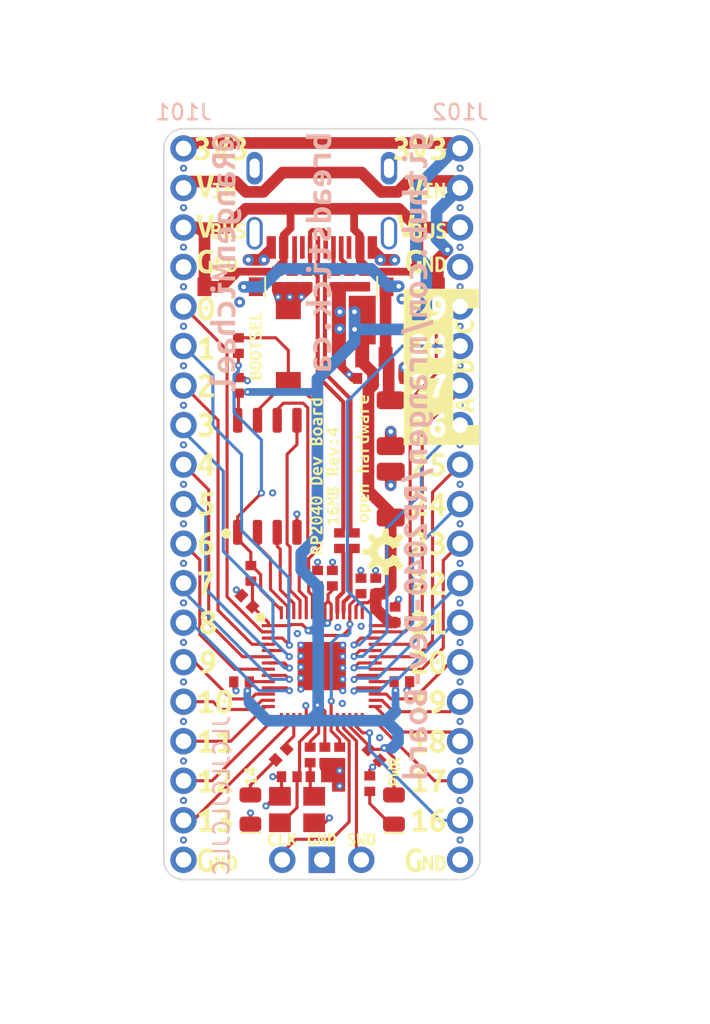
<source format=kicad_pcb>
(kicad_pcb (version 20211014) (generator pcbnew)
  (title_block (title "RP2040 Template") (date "2022-05-17") (rev "4") (company "J & R Creative Technologies Inc.") (comment 1 "@RangenMichael") (comment 2 "https://twitter.com/RangenMichael") (comment 3 "MIT License") (comment 4 "https://github.com/mrangen/RP2040-Dev-Board"))
  (layers (0 "F.Cu" signal) (1 "In1.Cu" power) (2 "In2.Cu" power) (31 "B.Cu" signal) (34 "B.Paste" user) (35 "F.Paste" user) (36 "B.SilkS" user "B.Silkscreen") (37 "F.SilkS" user "F.Silkscreen") (38 "B.Mask" user) (39 "F.Mask" user) (44 "Edge.Cuts" user))
  (net 0 "")
  (net 1 "GND")
  (net 2 "+1V1")
  (net 3 "Net-(C203-Pad1)")
  (net 4 "Net-(C206-Pad1)")
  (net 5 "/RP2040/MCU_USB_D-")
  (net 6 "/RP2040/MCU_USB_D+")
  (net 7 "/RP2040/CC1")
  (net 8 "/RP2040/USB_D+")
  (net 9 "/RP2040/USB_D-")
  (net 11 "/RP2040/CC2")
  (net 13 "Net-(J201-PadS1)")
  (net 14 "Net-(R201-Pad2)")
  (net 15 "Net-(R211-Pad1)")
  (net 16 "/RP2040/MCU_QSPI_CSN")
  (net 17 "GPIO1")
  (net 18 "GPIO2")
  (net 19 "GPIO3")
  (net 20 "GPIO4")
  (net 21 "GPIO5")
  (net 22 "GPIO6")
  (net 23 "GPIO7")
  (net 24 "GPIO8")
  (net 25 "GPIO9")
  (net 26 "GPIO10")
  (net 27 "GPIO11")
  (net 28 "GPIO12")
  (net 29 "GPIO13")
  (net 30 "GPIO14")
  (net 32 "SWCLK")
  (net 33 "SWD")
  (net 34 "GPIO16")
  (net 35 "GPIO17")
  (net 36 "GPIO18")
  (net 37 "GPIO19")
  (net 38 "GPIO20")
  (net 39 "GPIO21")
  (net 40 "GPIO22")
  (net 41 "GPIO23")
  (net 42 "GPIO24")
  (net 43 "GPIO25")
  (net 44 "GPIO26{slash}ADC0")
  (net 45 "GPIO27{slash}ADC1")
  (net 46 "GPIO28{slash}ADC2")
  (net 47 "GPIO29{slash}ADC3")
  (net 48 "/RP2040/MCU_QSPI_SD3")
  (net 49 "/RP2040/MCU_QSPI_SCLK")
  (net 50 "/RP2040/MCU_QSPI_SD0")
  (net 51 "/RP2040/MCU_QSPI_SD2")
  (net 52 "/RP2040/MCU_QSPI_SD1")
  (net 53 "3V3_LDO")
  (net 54 "GPIO0")
  (net 55 "Net-(D101-Pad2)")
  (net 56 "VHI")
  (net 57 "VIN")
  (net 58 "VBUS")
  (net 59 "Net-(D102-Pad1)")
  (footprint "kibuzzard-6260D939" (layer "F.Cu") (at 153.768 38.317)
    (fp_text reference "kibuzzard-6260D939" hide)
    (fp_text value "G***" hide)
  )
  (footprint "kibuzzard-624A33D7" (layer "F.Cu") (at 140.75 73.96)
    (fp_text reference "kibuzzard-624A33D7")
    (fp_text value "G***" hide)
  )
  (footprint "kibuzzard-624A32CC" (layer "F.Cu") (at 154.12 30.73)
    (fp_text reference "kibuzzard-624A32CC")
    (fp_text value "G***" hide)
  )
  (footprint "kibuzzard-624A33D7" (layer "F.Cu") (at 154.15 73.96)
    (fp_text reference "kibuzzard-624A33D7")
    (fp_text value "G***" hide)
  )
  (footprint "kibuzzard-628425F6" (layer "F.Cu") (at 146.52 49.09 90)
    (fp_text reference "kibuzzard-628425F6" hide)
    (fp_text value "G***" hide)
  )
  (footprint "kibuzzard-624A32A0" (layer "F.Cu") (at 152.92 30.43)
    (fp_text reference "kibuzzard-624A32A0")
    (fp_text value "G***" hide)
  )
  (footprint "Breadstick Footprints:Perfect_0402_Cap" (layer "F.Cu") (at 152.06 62.3 -90)
    (fp_text reference "C213")
    (fp_text value "10uF")
  )
  (footprint "Breadstick Footprints:Perfect_0402_Cap" (layer "F.Cu") (at 141.75 62.31 90)
    (fp_text reference "C215")
    (fp_text value "10uF")
  )
  (footprint "Breadstick Footprints:Perfect_0402_Cap" (layer "F.Cu") (at 146.67 68.41 -90)
    (fp_text reference "C206")
    (fp_text value "30pF")
  )
  (footprint "kibuzzard-624A3587" (layer "F.Cu") (at 153.77 66.13)
    (fp_text reference "kibuzzard-624A3587")
    (fp_text value "G***" hide)
  )
  (footprint "kibuzzard-6284264D" (layer "F.Cu") (at 149.46 72.44)
    (fp_text reference "kibuzzard-6284264D" hide)
    (fp_text value "G***" hide)
  )
  (footprint "Breadstick Footprints:Perfect_0402_Cap" (layer "F.Cu") (at 150.38 56.15)
    (fp_text reference "C204")
    (fp_text value "10uF")
  )
  (footprint "kibuzzard-624A35E6" (layer "F.Cu") (at 153.77 55.97)
    (fp_text reference "kibuzzard-624A35E6")
    (fp_text value "G***" hide)
  )
  (footprint "kibuzzard-624A32A0" (layer "F.Cu") (at 152.32 33.03)
    (fp_text reference "kibuzzard-624A32A0")
    (fp_text value "G***" hide)
  )
  (footprint "kibuzzard-624A3245" (layer "F.Cu") (at 140.42 28.03)
    (fp_text reference "kibuzzard-624A3245")
    (fp_text value "G***" hide)
  )
  (footprint "kibuzzard-6260D8FE" (layer "F.Cu") (at 156.07 44.54 90)
    (fp_text reference "kibuzzard-6260D8FE" hide)
    (fp_text value "G***" hide)
  )
  (footprint "kibuzzard-62842605" (layer "F.Cu") (at 147.61 49.09 90)
    (fp_text reference "kibuzzard-62842605" hide)
    (fp_text value "G***" hide)
  )
  (footprint "kibuzzard-624A35F5" (layer "F.Cu") (at 153.77 50.89)
    (fp_text reference "kibuzzard-624A35F5")
    (fp_text value "G***" hide)
  )
  (footprint "Diode_SMD:D_SOD-123" (layer "F.Cu") (at 152.72 36.93)
    (fp_text reference "D104" hide)
    (fp_text value "SHOTTKY")
  )
  (footprint "Breadstick Footprints:Perfect_0402_Cap" (layer "F.Cu") (at 147.11 67.01 180)
    (fp_text reference "C218")
    (fp_text value "10uF")
  )
  (footprint "kibuzzard-624A3578" (layer "F.Cu") (at 153.77 71.21)
    (fp_text reference "kibuzzard-624A3578")
    (fp_text value "G***" hide)
  )
  (footprint "kibuzzard-62842635" (layer "F.Cu") (at 151.55 68.07 90)
    (fp_text reference "kibuzzard-62842635" hide)
    (fp_text value "G***" hide)
  )
  (footprint "Breadstick Footprints:Perfect_0402_Cap" (layer "F.Cu") (at 149.71 42.81 90)
    (fp_text reference "C207")
    (fp_text value "10uF")
  )
  (footprint "kibuzzard-624A35FE" (layer "F.Cu") (at 153.77 48.35)
    (fp_text reference "kibuzzard-624A35FE")
    (fp_text value "G***" hide)
  )
  (footprint "Breadstick Footprints:Perfect_0402_Cap" (layer "F.Cu") (at 144.82 68.41 90)
    (fp_text reference "C203")
    (fp_text value "30pF")
  )
  (footprint "kibuzzard-624A33D7" (layer "F.Cu") (at 140.75 35.48)
    (fp_text reference "kibuzzard-624A33D7")
    (fp_text value "G***" hide)
  )
  (footprint "kibuzzard-624A34F5" (layer "F.Cu") (at 139.47 45.8)
    (fp_text reference "kibuzzard-624A34F5")
    (fp_text value "G***" hide)
  )
  (footprint "Breadstick Footprints:Perfect_0402_Cap" (layer "F.Cu") (at 146.64 55.65)
    (fp_text reference "C208")
    (fp_text value "10uF")
  )
  (footprint "Breadstick Footprints:Perfect_0402_Cap" (layer "F.Cu") (at 149.43 56.15)
    (fp_text reference "C205")
    (fp_text value "10uF")
  )
  (footprint "kibuzzard-624A3594" (layer "F.Cu") (at 153.77 61.05)
    (fp_text reference "kibuzzard-624A3594")
    (fp_text value "G***" hide)
  )
  (footprint "LED_SMD:LED_0805_2012Metric" (layer "F.Cu") (at 151.55 70.52 90)
    (fp_text reference "D102" hide)
    (fp_text value "LED_Filled" hide)
  )
  (footprint "kibuzzard-624A359E" (layer "F.Cu") (at 153.77 58.51)
    (fp_text reference "kibuzzard-624A359E")
    (fp_text value "G***" hide)
  )
  (footprint "Package_TO_SOT_SMD:SOT-89-3" (layer "F.Cu") (at 149.51 39.8 90)
    (fp_text reference "U201" hide)
    (fp_text value "AZ1117R-3.3TRE1")
  )
  (footprint "Breadstick Footprints:Perfect_0402_Cap" (layer "F.Cu") (at 150.27 67.01 -135)
    (fp_text reference "C221")
    (fp_text value "10uF")
  )
  (footprint "Package_SO:SOIC-8_5.23x5.23mm_P1.27mm" (layer "F.Cu") (at 143.41 49.1 90)
    (fp_text reference "U205" hide)
    (fp_text value "W25Q128JVS")
  )
  (footprint "Capacitor_SMD:C_1206_3216Metric" (layer "F.Cu") (at 151.34 50.28 90)
    (fp_text reference "C210" hide)
    (fp_text value "100uF")
  )
  (footprint "kibuzzard-624A3245" (layer "F.Cu") (at 153.22 28.03)
    (fp_text reference "kibuzzard-624A3245")
    (fp_text value "G***" hide)
  )
  (footprint "kibuzzard-62830DE2" (layer "F.Cu") (at 139.47 38.317)
    (fp_text reference "kibuzzard-62830DE2" hide)
    (fp_text value "G***" hide)
  )
  (footprint "TYPE-C-31-M-12:HRO_TYPE-C-31-M-12" (layer "F.Cu") (at 146.91 29.3 180)
    (fp_text reference "J201")
    (fp_text value "TYPE-C-31-M-12")
  )
  (footprint "Breadstick Footprints:Perfect_0402_Resistor" (layer "F.Cu") (at 144.06 36.42)
    (fp_text reference "D205")
    (fp_text value "ESD_TVS")
  )
  (footprint "RP2040:QFN40P700X700X90-57N" (layer "F.Cu") (at 146.91 61.3)
    (fp_text reference "U202")
    (fp_text value "RP2040")
  )
  (footprint "kibuzzard-624A352B" (layer "F.Cu") (at 139.47 53.42)
    (fp_text reference "kibuzzard-624A352B")
    (fp_text value "G***" hide)
  )
  (footprint "Breadstick Footprints:Perfect_0402_Cap" (layer "F.Cu") (at 151.62 58)
    (fp_text reference "C216")
    (fp_text value "10uF")
  )
  (footprint "kibuzzard-6260D97B" (layer "F.Cu") (at 153.768 45.81)
    (fp_text reference "kibuzzard-6260D97B" hide)
    (fp_text value "G***" hide)
  )
  (footprint "kibuzzard-624A34EB" (layer "F.Cu") (at 139.47 43.26)
    (fp_text reference "kibuzzard-624A34EB")
    (fp_text value "G***" hide)
  )
  (footprint "LED_SMD:LED_0805_2012Metric" (layer "F.Cu") (at 142.32 70.52 90)
    (fp_text reference "D101" hide)
    (fp_text value "LED_Filled" hide)
  )
  (footprint "kibuzzard-624A33C6" (layer "F.Cu") (at 152.82 73.78)
    (fp_text reference "kibuzzard-624A33C6")
    (fp_text value "G***" hide)
  )
  (footprint "kibuzzard-624A3534" (layer "F.Cu") (at 139.47 55.96)
    (fp_text reference "kibuzzard-624A3534")
    (fp_text value "G***" hide)
  )
  (footprint "Connector_PinHeader_2.54mm:PinHeader_1x03_P2.54mm_Horizontal" (layer "F.Cu") (at 149.45 73.75 -90)
    (fp_text reference "J103" hide)
    (fp_text value "Conn_01x03")
  )
  (footprint "kibuzzard-624A32A0" (layer "F.Cu") (at 139.42 30.43)
    (fp_text reference "kibuzzard-624A32A0")
    (fp_text value "G***" hide)
  )
  (footprint "X322516MLB4SI:OSC_X322516MLB4SI" (layer "F.Cu") (at 145.32 70.52 90)
    (fp_text reference "Y201" hide)
    (fp_text value "Crystal_GND24")
  )
  (footprint "kibuzzard-624A32A0" (layer "F.Cu") (at 139.42 33.03)
    (fp_text reference "kibuzzard-624A32A0")
    (fp_text value "G***" hide)
  )
  (footprint "kibuzzard-62842613" (layer "F.Cu") (at 149.61 47.98 90)
    (fp_text reference "kibuzzard-62842613" hide)
    (fp_text value "G***" hide)
  )
  (footprint "Breadstick Footprints:Perfect_0402_Resistor" (layer "F.Cu") (at 148.71 36.42)
    (fp_text reference "R212")
    (fp_text value "5k1")
  )
  (footprint "kibuzzard-624A35EE" (layer "F.Cu") (at 153.77 53.43)
    (fp_text reference "kibuzzard-624A35EE")
    (fp_text value "G***" hide)
  )
  (footprint "kibuzzard-624A34DF" (layer "F.Cu") (at 139.47 40.87)
    (fp_text reference "kibuzzard-624A34DF")
    (fp_text value "G***" hide)
  )
  (footprint "kibuzzard-624A3524" (layer "F.Cu") (at 139.47 50.88)
    (fp_text reference "kibuzzard-624A3524")
    (fp_text value "G***" hide)
  )
  (footprint "kibuzzard-624A358D" (layer "F.Cu") (at 153.77 63.59)
    (fp_text reference "kibuzzard-624A358D")
    (fp_text value "G***" hide)
  )
  (footprint "Breadstick Footprints:Perfect_0402_Resistor" (layer "F.Cu") (at 142.35 55.34 180)
    (fp_text reference "R213")
    (fp_text value "10k")
  )
  (footprint "kibuzzard-624A33C6" (layer "F.Cu") (at 139.42 73.78)
    (fp_text reference "kibuzzard-624A33C6")
    (fp_text value "G***" hide)
  )
  (footprint "kibuzzard-624A33C6" (layer "F.Cu") (at 139.42 35.3)
    (fp_text reference "kibuzzard-624A33C6")
    (fp_text value "G***" hide)
  )
  (footprint "kibuzzard-624A353B" (layer "F.Cu") (at 139.597 58.5)
    (fp_text reference "kibuzzard-624A353B")
    (fp_text value "G***" hide)
  )
  (footprint "Breadstick Footprints:GT-TC029B-H025-L1N" (layer "F.Cu") (at 144.76 40.7 180)
    (fp_text reference "SW202")
    (fp_text value "~{USB_BOOT}")
  )
  (footprint "Breadstick Footprints:Perfect_0402_Cap" (layer "F.Cu") (at 147.59 55.65)
    (fp_text reference "C219")
    (fp_text value "10uF")
  )
  (footprint "kibuzzard-624A3580" (layer "F.Cu") (at 153.77 68.67)
    (fp_text reference "kibuzzard-624A3580")
    (fp_text value "G***" hide)
  )
  (footprint "Diode_SMD:D_SOD-123" (layer "F.Cu") (at 141.02 36.92 180)
    (fp_text reference "D103" hide)
    (fp_text value "SHOTTKY")
  )
  (footprint "Breadstick Footprints:Perfect_0402_Resistor" (layer "F.Cu") (at 148.05 53.24)
    (fp_text reference "R204")
    (fp_text value "27")
  )
  (footprint "Breadstick Footprints:Perfect_0402_Resistor" (layer "F.Cu") (at 145.005 36.42 180)
    (fp_text reference "R214")
    (fp_text value "5k1")
  )
  (footprint "kibuzzard-6260D95E" (layer "F.Cu") (at 153.768 40.73)
    (fp_text reference "kibuzzard-6260D95E" hide)
    (fp_text value "G***" hide)
  )
  (footprint "Breadstick Footprints:Perfect_0402_Resistor" (layer "F.Cu") (at 144.3 66.97 -45)
    (fp_text reference "R102")
    (fp_text value "10k")
  )
  (footprint "Breadstick Footprints:Perfect_0402_Resistor" (layer "F.Cu") (at 141.55 40.7 180)
    (fp_text reference "R211")
    (fp_text value "1k")
  )
  (footprint "Aesthetics:OSHW-LOGO-S" (layer "F.Cu") (at 151.01 53.95 90)
    (fp_text reference "")
    (fp_text value "")
  )
  (footprint "kibuzzard-624A3563" (layer "F.Cu") (at 140.052 71.21)
    (fp_text reference "kibuzzard-624A3563")
    (fp_text value "G***" hide)
  )
  (footprint "kibuzzard-624A355B" (layer "F.Cu") (at 140.052 68.67)
    (fp_text reference "kibuzzard-624A355B")
    (fp_text value "G***" hide)
  )
  (footprint "kibuzzard-624A32F4" (layer "F.Cu") (at 140.92 33.33)
    (fp_text reference "kibuzzard-624A32F4")
    (fp_text value "G***" hide)
  )
  (footprint "kibuzzard-624A3549" (layer "F.Cu") (at 140.052 63.59)
    (fp_text reference "kibuzzard-624A3549")
    (fp_text value "G***" hide)
  )
  (footprint "kibuzzard-624A3554" (layer "F.Cu") (at 140.052 66.13)
    (fp_text reference "kibuzzard-624A3554")
    (fp_text value "G***" hide)
  )
  (footprint "kibuzzard-62842645" (layer "F.Cu") (at 146.92 72.44)
    (fp_text reference "kibuzzard-62842645" hide)
    (fp_text value "G***" hide)
  )
  (footprint "Capacitor_SMD:C_1206_3216Metric" (layer "F.Cu") (at 151.34 45.69 -90)
    (fp_text reference "C209" hide)
    (fp_text value "100uF")
  )
  (footprint "Breadstick Footprints:Perfect_0402_Cap" (layer "F.Cu") (at 151.71 42.81 -90)
    (fp_text reference "C201")
    (fp_text value "10uF")
  )
  (footprint "Breadstick Footprints:Perfect_0402_Cap" (layer "F.Cu") (at 142.1 57.12 45)
    (fp_text reference "C212")
    (fp_text value "10uF")
  )
  (footprint "kibuzzard-6284262A" (layer "F.Cu") (at 142.34 68.39 90)
    (fp_text reference "kibuzzard-6284262A" hide)
    (fp_text value "G***" hide)
  )
  (footprint "Breadstick Footprints:Perfect_0402_Resistor" (layer "F.Cu") (at 147.76 36.42)
    (fp_text reference "D202")
    (fp_text value "ESD_TVS")
  )
  (footprint "Breadstick Footprints:Perfect_0402_Resistor" (layer "F.Cu") (at 149 53.24)
    (fp_text reference "R203")
    (fp_text value "27")
  )
  (footprint "Breadstick Footprints:Perfect_0402_Resistor" (layer "F.Cu") (at 149.995 68.855 180)
    (fp_text reference "R101")
    (fp_text value "10k")
  )
  (footprint "kibuzzard-624A3542" (layer "F.Cu") (at 139.597 61.04)
    (fp_text reference "kibuzzard-624A3542")
    (fp_text value "G***" hide)
  )
  (footprint "Breadstick Footprints:Perfect_0402_Resistor" (layer "F.Cu") (at 146.16 67.01)
    (fp_text reference "R201")
    (fp_text value "1k")
  )
  (footprint "kibuzzard-6260D8D7" (layer "F.Cu") (at 156.07 39.46 90)
    (fp_text reference "kibuzzard-6260D8D7" hide)
    (fp_text value "G***" hide)
  )
  (footprint "kibuzzard-6284261D" (layer "F.Cu") (at 142.65 40.7 90)
    (fp_text reference "kibuzzard-6284261D" hide)
    (fp_text value "G***" hide)
  )
  (footprint "kibuzzard-624A32F4" (layer "F.Cu") (at 153.82 33.33)
    (fp_text reference "kibuzzard-624A32F4")
    (fp_text value "G***" hide)
  )
  (footprint "kibuzzard-624A34FB" (layer "F.Cu") (at 139.47 48.34)
    (fp_text reference "kibuzzard-624A34FB")
    (fp_text value "G***" hide)
  )
  (footprint "Breadstick Footprints:Perfect_0402_Cap" (layer "F.Cu") (at 148.06 67.01 180)
    (fp_text reference "C202")
    (fp_text value "10uF")
  )
  (footprint "kibuzzard-624A33C6" (layer "F.Cu") (at 152.82 35.3)
    (fp_text reference "kibuzzard-624A33C6")
    (fp_text value "G***" hide)
  )
  (footprint "Breadstick Footprints:Perfect_0402_Cap" (layer "F.Cu") (at 141.55 43.26)
    (fp_text reference "C222")
    (fp_text value "10uF")
  )
  (footprint "Breadstick Footprints:Perfect_0402_Resistor" (layer "F.Cu") (at 145.96 36.42)
    (fp_text reference "D201")
    (fp_text value "ESD_TVS")
  )
  (footprint "kibuzzard-624A32CC" (layer "F.Cu") (at 140.62 30.73)
    (fp_text reference "kibuzzard-624A32CC")
    (fp_text value "G***" hide)
  )
  (footprint "Breadstick Footprints:Perfect_0402_Resistor" (layer "F.Cu") (at 149.66 36.42)
    (fp_text reference "D203")
    (fp_text value "ESD_TVS")
  )
  (footprint "kibuzzard-6260D96B" (layer "F.Cu") (at 153.768 43.27)
    (fp_text reference "kibuzzard-6260D96B" hide)
    (fp_text value "G***" hide)
  )
  (footprint "kibuzzard-624A33D7" (layer "F.Cu") (at 154.15 35.48)
    (fp_text reference "kibuzzard-624A33D7")
    (fp_text value "G***" hide)
  )
  (footprint "kibuzzard-6284263D" (layer "F.Cu") (at 144.37 72.44)
    (fp_text reference "kibuzzard-6284263D" hide)
    (fp_text value "G***" hide)
  )
  (footprint "kibuzzard-6260D8EE" (layer "F.Cu") (at 156.07 42 90)
    (fp_text reference "kibuzzard-6260D8EE" hide)
    (fp_text value "G***" hide)
  )
  (footprint "Connector_PinHeader_2.54mm:PinHeader_1x19_P2.54mm_Vertical" (layer "B.Cu") (at 155.8 28.03 180)
    (fp_text reference "J102")
    (fp_text value "Conn_01x19")
  )
  (footprint "kibuzzard-62659F2B" (layer "B.Cu") (at 140.72 35.37 -90)
    (fp_text reference "kibuzzard-62659F2B" hide)
    (fp_text value "G***" hide)
  )
  (footprint "kibuzzard-62659E4E" (layer "B.Cu") (at 153.05 47.8 -90)
    (fp_text reference "kibuzzard-62659E4E" hide)
    (fp_text value "G***" hide)
  )
  (footprint "Connector_PinHeader_2.54mm:PinHeader_1x19_P2.54mm_Vertical" (layer "B.Cu") (at 138.02 28.03 180)
    (fp_text reference "J101")
    (fp_text value "Conn_01x19")
  )
  (footprint "kibuzzard-6265A538" (layer "B.Cu") (at 146.69 34.72 -90)
    (fp_text reference "kibuzzard-6265A538" hide)
    (fp_text value "G***" hide)
  )
  (gr_circle (center 142.97 58.18) (end 143.22 58.18) (layer "F.SilkS") (width 0.15) (fill solid))
  (gr_rect (start 155.1015 37.047) (end 157.0065 38.317) (layer "F.SilkS") (width 0) (fill solid))
  (gr_rect (start 155.165 45.81) (end 157.07 47.09) (layer "F.SilkS") (width 0) (fill solid))
  (gr_circle (center 140.77 52.78) (end 141.02 52.78) (layer "F.SilkS") (width 0.15) (fill solid))
  (gr_arc (start 136.75 28.03) (mid 137.121974 27.131974) (end 138.02 26.76) (layer "Edge.Cuts") (width 0.1))
  (gr_arc (start 155.8 26.76) (mid 156.698026 27.131974) (end 157.07 28.03) (layer "Edge.Cuts") (width 0.1))
  (gr_line (start 136.75 28.03) (end 136.75 73.75) (layer "Edge.Cuts") (width 0.1))
  (gr_line (start 157.07 73.75) (end 157.07 28.03) (layer "Edge.Cuts") (width 0.1))
  (gr_line (start 155.8 26.76) (end 138.02 26.76) (layer "Edge.Cuts") (width 0.1))
  (gr_arc (start 157.07 73.75) (mid 156.698026 74.648026) (end 155.8 75.02) (layer "Edge.Cuts") (width 0.1))
  (gr_arc (start 138.02 75.02) (mid 137.121974 74.648026) (end 136.75 73.75) (layer "Edge.Cuts") (width 0.1))
  (gr_line (start 138.02 75.02) (end 155.8 75.02) (layer "Edge.Cuts") (width 0.1))
  (gr_text "JLCJLCJLCJLC" (at 140.47 69.62 90) (layer "B.SilkS") (effects (font (size 1 1)) (justify mirror)))
  (segment (start 146.64 54.62) (end 146.64 55.15) (width 0.2) (layer "F.Cu") (net 1))
  (segment (start 141.25 62.31) (end 141.25 62.74) (width 0.2) (layer "F.Cu") (net 1))
  (segment (start 150.38 55.16) (end 150.37 55.15) (width 0.2) (layer "F.Cu") (net 1))
  (segment (start 151.62 57.5) (end 151.62 57.23) (width 0.2) (layer "F.Cu") (net 1))
  (segment (start 151.34 48.805) (end 151.34 49.68) (width 0.75) (layer "F.Cu") (net 1))
  (segment (start 148.06 67.51) (end 148.06 68.02) (width 0.2) (layer "F.Cu") (net 1))
  (segment (start 152.21 42.11) (end 152.21 42.81) (width 0.75) (layer "F.Cu") (net 1))
  (segment (start 143.94 69.67) (end 143.32 70.29) (width 0.2) (layer "F.Cu") (net 1))
  (segment (start 151.34 49.68) (end 151.35 49.69) (width 0.2) (layer "F.Cu") (net 1))
  (segment (start 142.32 71.4575) (end 142.32 70.75) (width 0.2) (layer "F.Cu") (net 1))
  (segment (start 144.32 68.41) (end 143.76 68.41) (width 0.2) (layer "F.Cu") (net 1))
  (segment (start 152.22 42.1) (end 152.21 42.11) (width 0.3) (layer "F.Cu") (net 1))
  (segment (start 143.66 34.7) (end 143.66 34.395) (width 0.5) (layer "F.Cu") (net 1))
  (segment (start 143.19 35.19) (end 142.19 35.19) (width 0.75) (layer "F.Cu") (net 1))
  (segment (start 141.55 42.76) (end 141.93 42.76) (width 0.2) (layer "F.Cu") (net 1))
  (segment (start 151.58224 35.19224) (end 150.67826 35.19224) (width 0.75) (layer "F.Cu") (net 1))
  (segment (start 141.93 42.76) (end 142.13 42.96) (width 0.2) (layer "F.Cu") (net 1))
  (segment (start 141.42 56.4) (end 141.42 56.44) (width 0.2) (layer "F.Cu") (net 1))
  (segment (start 150.67826 35.19224) (end 150.67826 34.91326) (width 0.5) (layer "F.Cu") (net 1))
  (segment (start 149.43 55.16) (end 149.42 55.15) (width 0.2) (layer "F.Cu") (net 1))
  (segment (start 141.42 56.44) (end 141.746447 56.766447) (width 0.2) (layer "F.Cu") (net 1))
  (segment (start 144.22 69.67) (end 143.7 69.67) (width 0.2) (layer "F.Cu") (net 1))
  (segment (start 143.54 34.64) (end 143.54 34.515) (width 0.5) (layer "F.Cu") (net 1))
  (segment (start 150.606447 67.363553) (end 150.623553 67.363553) (width 0.2) (layer "F.Cu") (net 1))
  (segment (start 145.91 64.735) (end 145.91 63.867018) (width 0.2) (layer "F.Cu") (net 1))
  (segment (start 150.18 67.79) (end 149.995 67.975) (width 0.2) (layer "F.Cu") (net 1))
  (segment (start 148.06 69.01) (end 147.46 68.41) (width 0.2) (layer "F.Cu") (net 1))
  (segment (start 145.91 63.867018) (end 145.883086 63.840104) (width 0.2) (layer "F.Cu") (net 1))
  (segment (start 148.01 41.79) (end 148.01 41.45) (width 0.3) (layer "F.Cu") (net 1))
  (segment (start 152.56 62.68) (end 152.38 62.86) (width 0.2) (layer "F.Cu") (net 1))
  (segment (start 147.6 54.62) (end 147.59 54.63) (width 0.2) (layer "F.Cu") (net 1))
  (segment (start 149.21 42.81) (end 148.92 42.81) (width 0.5) (layer "F.Cu") (net 1))
  (segment (start 145.315 52.7) (end 145.315 51.535) (width 0.2) (layer "F.Cu") (net 1))
  (segment (start 148.01 41.9) (end 148.01 41.45) (width 0.5) (layer "F.Cu") (net 1))
  (segment (start 144.22 69.67) (end 144.32 69.57) (width 0.2) (layer "F.Cu") (net 1))
  (segment (start 146.42 71.37) (end 147.09 71.37) (width 0.2) (layer "F.Cu") (net 1))
  (segment (start 143.54 34.64) (end 143.19 34.99) (width 0.75) (layer "F.Cu") (net 1))
  (segment (start 144.22 69.67) (end 143.94 69.67) (width 0.2) (layer "F.Cu") (net 1))
  (segment (start 147.46 68.41) (end 147.17 68.41) (width 0.2) (layer "F.Cu") (net 1))
  (segment (start 150.67826 34.91326) (end 150.16 34.395) (width 0.5) (layer "F.Cu") (net 1))
  (segment (start 143.19 34.99) (end 143.19 35.19) (width 0.75) (layer "F.Cu") (net 1))
  (segment (start 151.6 35.21) (end 151.58224 35.19224) (width 0.5) (layer "F.Cu") (net 1))
  (segment (start 143.54 34.515) (end 143.66 34.395) (width 0.5) (layer "F.Cu") (net 1))
  (segment (start 144.32 69.57) (end 144.32 68.41) (width 0.2) (layer "F.Cu") (net 1))
  (segment (start 152.56 62.3) (end 152.56 62.68) (width 0.2) (layer "F.Cu") (net 1))
  (segment (start 151.62 57.23) (end 151.85 57) (width 0.2) (layer "F.Cu") (net 1))
  (segment (start 147.09 71.37) (end 147.4 71.06) (width 0.2) (layer "F.Cu") (net 1))
  (segment (start 147.59 54.63) (end 147.59 55.15) (width 0.2) (layer "F.Cu") (net 1))
  (segment (start 148.01 41.83) (end 148.01 41.45) (width 0.5) (layer "F.Cu") (net 1))
  (segment (start 151.34 47.165) (end 151.34 46.23) (width 0.75) (layer "F.Cu") (net 1))
  (segment (start 149.43 55.65) (end 149.43 55.16) (width 0.2) (layer "F.Cu") (net 1))
  (segment (start 145.315 51.535) (end 145.31 51.53) (width 0.2) (layer "F.Cu") (net 1))
  (segment (start 142.32 70.75) (end 142.33 70.74) (width 0.2) (layer "F.Cu") (net 1))
  (segment (start 150.18 67.79) (end 150.606447 67.363553) (width 0.2) (layer "F.Cu") (net 1))
  (segment (start 148.665 42.555) (end 148.01 41.9) (width 0.5) (layer "F.Cu") (net 1))
  (segment (start 150.38 55.65) (end 150.38 55.16) (width 0.2) (layer "F.Cu") (net 1))
  (segment (start 141.25 62.74) (end 141.4 62.89) (width 0.2) (layer "F.Cu") (net 1))
  (segment (start 148.92 42.81) (end 148.665 42.555) (width 0.5) (layer "F.Cu") (net 1))
  (segment (start 149.995 67.975) (end 149.995 68.355) (width 0.2) (layer "F.Cu") (net 1))
  (via (at 141.42 56.4) (size 0.46) (drill 0.2) (layers "F.Cu" "B.Cu") (net 1))
  (via (at 138.02 69.94) (size 0.46) (drill 0.2) (layers "F.Cu" "B.Cu") (net 1))
  (via (at 155.8 42) (size 0.46) (drill 0.2) (layers "F.Cu" "B.Cu") (net 1))
  (via (at 144.09 37.58) (size 0.46) (drill 0.2) (layers "F.Cu" "B.Cu") (net 1))
  (via (at 145.56 62.78) (size 0.46) (drill 0.2) (layers "F.Cu" "B.Cu") (net 1))
  (via (at 148.23 63.7) (size 0.46) (drill 0.2) (layers "F.Cu" "B.Cu") (net 1))
  (via (at 155.8 54.7) (size 0.46) (drill 0.2) (layers "F.Cu" "B.Cu") (net 1))
  (via (at 155.8 47.08) (size 0.46) (drill 0.2) (layers "F.Cu" "B.Cu") (net 1))
  (via (at 145.883086 63.840104) (size 0.46) (drill 0.2) (layers "F.Cu" "B.Cu") (net 1))
  (via (at 138.02 34.38) (size 0.46) (drill 0.2) (layers "F.Cu" "B.Cu") (net 1))
  (via (at 147.94 58.81) (size 0.46) (drill 0.2) (layers "F.Cu" "B.Cu") (net 1))
  (via (at 138.02 31.84) (size 0.46) (drill 0.2) (layers "F.Cu" "B.Cu") (net 1))
  (via (at 155.8 72.48) (size 0.46) (drill 0.2) (layers "F.Cu" "B.Cu") (net 1))
  (via (at 148.06 39.62) (size 0.7) (drill 0.3) (layers "F.Cu" "B.Cu") (net 1))
  (via (at 155.8 34.38) (size 0.46) (drill 0.2) (layers "F.Cu" "B.Cu") (net 1))
  (via (at 146.64 54.62) (size 0.46) (drill 0.2) (layers "F.Cu" "B.Cu") (net 1))
  (via (at 138.02 36.92) (size 0.46) (drill 0.2) (layers "F.Cu" "B.Cu") (net 1))
  (via (at 155.8 67.4) (size 0.46) (drill 0.2) (layers "F.Cu" "B.Cu") (net 1))
  (via (at 148.06 69.01) (size 0.46) (drill 0.2) (layers "F.Cu" "B.Cu") (net 1))
  (via (at 147.4 71.06) (size 0.46) (drill 0.2) (layers "F.Cu" "B.Cu") (net 1))
  (via (at 143.76 68.41) (size 0.46) (drill 0.2) (layers "F.Cu" "B.Cu") (net 1))
  (via (at 148.665 42.555) (size 0.46) (drill 0.2) (layers "F.Cu" "B.Cu") (net 1))
  (via (at 145.31 51.53) (size 0.46) (drill 0.2) (layers "F.Cu" "B.Cu") (net 1))
  (via (at 148.26 59.95) (size 0.46) (drill 0.2) (layers "F.Cu" "B.Cu") (net 1))
  (via (at 145.56 62.0725) (size 0.46) (drill 0.2) (layers "F.Cu" "B.Cu") (net 1))
  (via (at 138.02 54.7) (size 0.46) (drill 0.2) (layers "F.Cu" "B.Cu") (net 1))
  (via (at 142.19 35.19) (size 0.7) (drill 0.3) (layers "F.Cu" "B.Cu") (net 1))
  (via (at 149.42 55.15) (size 0.46) (drill 0.2) (layers "F.Cu" "B.Cu") (net 1))
  (via (at 142.13 42.96) (size 0.46) (drill 0.2) (layers "F.Cu" "B.Cu") (net 1))
  (via (at 148.26 62.1475) (size 0.46) (drill 0.2) (layers "F.Cu" "B.Cu") (net 1))
  (via (at 155.8 36.92) (size 0.46) (drill 0.2) (layers "F.Cu" "B.Cu") (net 1))
  (via (at 155.8 44.54) (size 0.46) (drill 0.2) (layers "F.Cu" "B.Cu") (net 1))
  (via (at 152.38 62.86) (size 0.46) (drill 0.2) (layers "F.Cu" "B.Cu") (net 1))
  (via (at 151.35 49.69) (size 0.7) (drill 0.3) (layers "F.Cu" "B.Cu") (net 1))
  (via (at 141.63 37.91) (size 0.7) (drill 0.3) (layers "F.Cu" "B.Cu") (net 1))
  (via (at 138.02 72.48) (size 0.46) (drill 0.2) (layers "F.Cu" "B.Cu") (net 1))
  (via (at 155.8 69.94) (size 0.46) (drill 0.2) (layers "F.Cu" "B.Cu") (net 1))
  (via (at 143.75 50.17) (size 0.46) (drill 0.2) (layers "F.Cu" "B.Cu") (net 1))
  (via (at 149.44 58.74) (size 0.46) (drill 0.2) (layers "F.Cu" "B.Cu") (net 1))
  (via (at 155.8 59.78) (size 0.46) (drill 0.2) (layers "F.Cu" "B.Cu") (net 1))
  (via (at 148.26 62.88) (size 0.46) (drill 0.2) (layers "F.Cu" "B.Cu") (net 1))
  (via (at 138.02 52.16) (size 0.46) (drill 0.2) (layers "F.Cu" "B.Cu") (net 1))
  (via (at 148.06 68.02) (size 0.46) (drill 0.2) (layers "F.Cu" "B.Cu") (net 1))
  (via (at 143.32 70.29) (size 0.46) (drill 0.2) (layers "F.Cu" "B.Cu") (net 1))
  (via (at 155.8 64.86) (size 0.46) (drill 0.2) (layers "F.Cu" "B.Cu") (net 1))
  (via (at 138.02 39.46) (size 0.46) (drill 0.2) (layers "F.Cu" "B.Cu") (net 1))
  (via (at 138.02 49.62) (size 0.46) (drill 0.2) (layers "F.Cu" "B.Cu") (net 1))
  (via (at 144.85 37.58) (size 0.46) (drill 0.2) (layers "F.Cu" "B.Cu") (net 1))
  (via (at 155.8 49.62) (size 0.46) (drill 0.2) (layers "F.Cu" "B.Cu") (net 1))
  (via (at 155.8 57.24) (size 0.46) (drill 0.2) (layers "F.Cu" "B.Cu") (net 1))
  (via (at 138.02 64.86) (size 0.46) (drill 0.2) (layers "F.Cu" "B.Cu") (net 1))
  (via (at 138.02 29.3) (size 0.46) (drill 0.2) (layers "F.Cu" "B.Cu") (net 1))
  (via (at 145.56 59.95) (size 0.46) (drill 0.2) (layers "F.Cu" "B.Cu") (net 1))
  (via (at 138.02 44.54) (size 0.46) (drill 0.2) (layers "F.Cu" "B.Cu") (net 1))
  (via (at 148.26 60.6825) (size 0.46) (drill 0.2) (layers "F.Cu" "B.Cu") (net 1))
  (via (at 151.85 57) (size 0.46) (drill 0.2) (layers "F.Cu" "B.Cu") (net 1))
  (via (at 138.02 67.4) (size 0.46) (drill 0.2) (layers "F.Cu" "B.Cu") (net 1))
  (via (at 151.34 46.23) (size 0.7) (drill 0.3) (layers "F.Cu" "B.Cu") (net 1))
  (via (at 145.34 59.21) (size 0.46) (drill 0.2) (layers "F.Cu" "B.Cu") (net 1))
  (via (at 142.33 70.74) (size 0.46) (drill 0.2) (layers "F.Cu" "B.Cu") (net 1))
  (via (at 151.6 35.21) (size 0.7) (drill 0.3) (layers "F.Cu" "B.Cu") (net 1))
  (via (at 152.22 42.1) (size 0.7) (drill 0.3) (layers "F.Cu" "B.Cu") (net 1))
  (via (at 155.8 62.32) (size 0.46) (drill 0.2) (layers "F.Cu" "B.Cu") (net 1))
  (via (at 148.26 61.415) (size 0.46) (drill 0.2) (layers "F.Cu" "B.Cu") (net 1))
  (via (at 138.02 47.08) (size 0.46) (drill 0.2) (layers "F.Cu" "B.Cu") (net 1))
  (via (at 148.07 38.53) (size 0.7) (drill 0.3) (layers "F.Cu" "B.Cu") (net 1))
  (via (at 138.02 57.24) (size 0.46) (drill 0.2) (layers "F.Cu" "B.Cu") (net 1))
  (via (at 138.02 42) (size 0.46) (drill 0.2) (layers "F.Cu" "B.Cu") (net 1))
  (via (at 145.61 37.58) (size 0.46) (drill 0.2) (layers "F.Cu" "B.Cu") (net 1))
  (via (at 150.63 65.9) (size 0.46) (drill 0.2) (layers "F.Cu" "B.Cu") (net 1))
  (via (at 155.8 39.46) (size 0.46) (drill 0.2) (layers "F.Cu" "B.Cu") (net 1))
  (via (at 155.8 31.84) (size 0.46) (drill 0.2) (layers "F.Cu" "B.Cu") (net 1))
  (via (at 138.02 62.32) (size 0.46) (drill 0.2) (layers "F.Cu" "B.Cu") (net 1))
  (via (at 145.56 61.365) (size 0.46) (drill 0.2) (layers "F.Cu" "B.Cu") (net 1))
  (via (at 150.18 67.79) (size 0.46) (drill 0.2) (layers "F.Cu" "B.Cu") (net 1))
  (via (at 147.6 54.62) (size 0.46) (drill 0.2) (layers "F.Cu" "B.Cu") (net 1))
  (via (at 143.19 35.19) (size 0.7) (drill 0.3) (layers "F.Cu" "B.Cu") (net 1))
  (via (at 141.4 62.89) (size 0.46) (drill 0.2) (layers "F.Cu" "B.Cu") (net 1))
  (via (at 152.06 37.7) (size 0.7) (drill 0.3) (layers "F.Cu" "B.Cu") (net 1))
  (via (at 145.56 60.6575) (size 0.46) (drill 0.2) (layers "F.Cu" "B.Cu") (net 1))
  (via (at 150.67826 35.19224) (size 0.7) (drill 0.3) (layers "F.Cu" "B.Cu") (net 1))
  (via (at 138.02 59.78) (size 0.46) (drill 0.2) (layers "F.Cu" "B.Cu") (net 1))
  (via (at 155.8 29.3) (size 0.46) (drill 0.2) (layers "F.Cu" "B.Cu") (net 1))
  (via (at 155.8 52.16) (size 0.46) (drill 0.2) (layers "F.Cu" "B.Cu") (net 1))
  (via (at 150.37 55.15) (size 0.46) (drill 0.2) (layers "F.Cu" "B.Cu") (net 1))
  (segment (start 146.71 59.09) (end 146.95 59.33) (width 0.2) (layer "F.Cu") (net 2))
  (segment (start 146.71 57.865) (end 146.71 56.22) (width 0.2) (layer "F.Cu") (net 2))
  (segment (start 147.51 64.735) (end 147.51 65.47) (width 0.2) (layer "F.Cu") (net 2))
  (segment (start 148.71 57.865) (end 148.71 57.37) (width 0.2) (layer "F.Cu") (net 2))
  (segment (start 146.71 56.22) (end 146.64 56.15) (width 0.2) (layer "F.Cu") (net 2))
  (segment (start 147.51 65.47) (end 148.06 66.02) (width 0.2) (layer "F.Cu") (net 2))
  (segment (start 147.52 63.55) (end 147.51 63.56) (width 0.2) (layer "F.Cu") (net 2))
  (segment (start 147.51 63.56) (end 147.51 64.735) (width 0.2) (layer "F.Cu") (net 2))
  (segment (start 148.71 57.865) (end 148.71 58.608563) (width 0.2) (layer "F.Cu") (net 2))
  (segment (start 146.95 59.33) (end 148.27 59.33) (width 0.2) (layer "F.Cu") (net 2))
  (segment (start 146.71 57.865) (end 146.71 59.09) (width 0.2) (layer "F.Cu") (net 2))
  (segment (start 148.06 66.02) (end 148.06 66.51) (width 0.2) (layer "F.Cu") (net 2))
  (segment (start 148.27 59.33) (end 148.715016 58.884984) (width 0.2) (layer "F.Cu") (net 2))
  (segment (start 148.71 57.37) (end 149.43 56.65) (width 0.2) (layer "F.Cu") (net 2))
  (segment (start 148.715016 58.884984) (end 148.715016 58.613579) (width 0.2) (layer "F.Cu") (net 2))
  (segment (start 148.71 58.608563) (end 148.715016 58.613579) (width 0.2) (layer "F.Cu") (net 2))
  (via (at 147.52 63.55) (size 0.46) (drill 0.2) (layers "F.Cu" "B.Cu") (net 2))
  (via (at 148.715016 58.613579) (size 0.46) (drill 0.2) (layers "F.Cu" "B.Cu") (net 2))
  (segment (start 147.52 59.81) (end 147.99 59.34) (width 0.2) (layer "B.Cu") (net 2))
  (segment (start 148.715016 59.184984) (end 148.715016 58.613579) (width 0.2) (layer "B.Cu") (net 2))
  (segment (start 147.52 63.55) (end 147.52 59.81) (width 0.2) (layer "B.Cu") (net 2))
  (segment (start 147.99 59.34) (end 148.56 59.34) (width 0.2) (layer "B.Cu") (net 2))
  (segment (start 148.56 59.34) (end 148.715016 59.184984) (width 0.2) (layer "B.Cu") (net 2))
  (segment (start 145.48 68.25) (end 145.32 68.41) (width 0.2) (layer "F.Cu") (net 3))
  (segment (start 145.48 66.17) (end 145.48 68.25) (width 0.2) (layer "F.Cu") (net 3))
  (segment (start 145.32 70.39) (end 144.34 71.37) (width 0.2) (layer "F.Cu") (net 3))
  (segment (start 145.32 68.41) (end 145.32 70.39) (width 0.2) (layer "F.Cu") (net 3))
  (segment (start 146.31 65.34) (end 145.48 66.17) (width 0.2) (layer "F.Cu") (net 3))
  (segment (start 144.34 71.37) (end 144.22 71.37) (width 0.2) (layer "F.Cu") (net 3))
  (segment (start 146.31 64.735) (end 146.31 65.34) (width 0.2) (layer "F.Cu") (net 3))
  (segment (start 146.16 67.51) (end 146.16 68.4) (width 0.2) (layer "F.Cu") (net 4))
  (segment (start 146.42 69.67) (end 146.17 69.42) (width 0.2) (layer "F.Cu") (net 4))
  (segment (start 146.16 68.4) (end 146.17 68.41) (width 0.2) (layer "F.Cu") (net 4))
  (segment (start 146.17 69.42) (end 146.17 68.41) (width 0.2) (layer "F.Cu") (net 4))
  (segment (start 148.31 57.18832) (end 148.31 57.800686) (width 0.261112) (layer "F.Cu") (net 5))
  (segment (start 149 53.74) (end 149 53.79) (width 0.261112) (layer "F.Cu") (net 5))
  (segment (start 148.757156 56.741164) (end 148.31 57.18832) (width 0.261112) (layer "F.Cu") (net 5))
  (segment (start 148.757156 54.032844) (end 148.757156 56.741164) (width 0.261112) (layer "F.Cu") (net 5))
  (segment (start 149 53.79) (end 148.757156 54.032844) (width 0.261112) (layer "F.Cu") (net 5))
  (segment (start 148.05 53.79) (end 148.292844 54.032844) (width 0.261112) (layer "F.Cu") (net 6))
  (segment (start 148.292844 56.548836) (end 147.91 56.93168) (width 0.261112) (layer "F.Cu") (net 6))
  (segment (start 148.05 53.74) (end 148.05 53.79) (width 0.261112) (layer "F.Cu") (net 6))
  (segment (start 147.91 56.93168) (end 147.91 57.865) (width 0.261112) (layer "F.Cu") (net 6))
  (segment (start 148.292844 54.032844) (end 148.292844 56.548836) (width 0.261112) (layer "F.Cu") (net 6))
  (segment (start 148.16 35.16) (end 148.71 35.71) (width 0.3) (layer "F.Cu") (net 7))
  (segment (start 148.16 34.395) (end 148.16 35.16) (width 0.3) (layer "F.Cu") (net 7))
  (segment (start 148.71 35.71) (end 148.71 35.92) (width 0.3) (layer "F.Cu") (net 7))
  (segment (start 146.16 33.409) (end 146.289 33.28) (width 0.261) (layer "F.Cu") (net 8))
  (segment (start 146.331681 35.92) (end 145.96 35.92) (width 0.261112) (layer "F.Cu") (net 8))
  (segment (start 146.16 34.395) (end 146.16 35.72) (width 0.261) (layer "F.Cu") (net 8))
  (segment (start 148.292844 52.497156) (end 148.292844 44.321164) (width 0.261112) (layer "F.Cu") (net 8))
  (segment (start 146.647844 42.676164) (end 146.647844 36.236163) (width 0.261112) (layer "F.Cu") (net 8))
  (segment (start 148.05 52.74) (end 148.292844 52.497156) (width 0.261112) (layer "F.Cu") (net 8))
  (segment (start 146.289 33.28) (end 147 33.28) (width 0.261) (layer "F.Cu") (net 8))
  (segment (start 146.647844 36.236163) (end 146.331681 35.92) (width 0.261112) (layer "F.Cu") (net 8))
  (segment (start 147 33.28) (end 147.16 33.44) (width 0.261) (layer "F.Cu") (net 8))
  (segment (start 146.16 34.395) (end 146.16 33.409) (width 0.261) (layer "F.Cu") (net 8))
  (segment (start 146.16 35.72) (end 145.96 35.92) (width 0.261) (layer "F.Cu") (net 8))
  (segment (start 147.16 33.44) (end 147.16 34.395) (width 0.261) (layer "F.Cu") (net 8))
  (segment (start 148.292844 44.321164) (end 146.647844 42.676164) (width 0.261112) (layer "F.Cu") (net 8))
  (segment (start 149 52.74) (end 148.757156 52.497156) (width 0.261112) (layer "F.Cu") (net 9))
  (segment (start 146.66 35.591681) (end 146.66 34.395) (width 0.261112) (layer "F.Cu") (net 9))
  (segment (start 148.757156 52.497156) (end 148.757156 44.128836) (width 0.261112) (layer "F.Cu") (net 9))
  (segment (start 147.76 35.61) (end 147.66 35.51) (width 0.261) (layer "F.Cu") (net 9))
  (segment (start 147.112156 42.483836) (end 147.112156 36.043837) (width 0.261112) (layer "F.Cu") (net 9))
  (segment (start 148.757156 44.128836) (end 147.112156 42.483836) (width 0.261112) (layer "F.Cu") (net 9))
  (segment (start 146.66 35.431) (end 146.66 34.395) (width 0.261) (layer "F.Cu") (net 9))
  (segment (start 147.66 35.51) (end 147.66 34.395) (width 0.261) (layer "F.Cu") (net 9))
  (segment (start 147.76 35.92) (end 147.76 35.61) (width 0.261) (layer "F.Cu") (net 9))
  (segment (start 147.112156 36.043837) (end 146.66 35.591681) (width 0.261112) (layer "F.Cu") (net 9))
  (segment (start 147.76 35.92) (end 147.149 35.92) (width 0.261) (layer "F.Cu") (net 9))
  (segment (start 145.16 35.765) (end 145.005 35.92) (width 0.3) (layer "F.Cu") (net 11))
  (segment (start 145.16 34.395) (end 145.16 35.765) (width 0.3) (layer "F.Cu") (net 11))
  (segment (start 146.16 66.15) (end 146.16 66.51) (width 0.2) (layer "F.Cu") (net 14))
  (segment (start 146.71 64.735) (end 146.71 65.6) (width 0.2) (layer "F.Cu") (net 14))
  (segment (start 146.71 65.6) (end 146.16 66.15) (width 0.2) (layer "F.Cu") (net 14))
  (segment (start 144.76 41.01) (end 144.76 42.925) (width 0.2) (layer "F.Cu") (net 15))
  (segment (start 141.55 40.2) (end 143.95 40.2) (width 0.2) (layer "F.Cu") (net 15))
  (segment (start 143.95 40.2) (end 144.76 41.01) (width 0.2) (layer "F.Cu") (net 15))
  (segment (start 142.98 56.38) (end 142.98 55.42) (width 0.2) (layer "F.Cu") (net 16))
  (segment (start 141.55 41.98) (end 141.55 41.2) (width 0.2) (layer "F.Cu") (net 16))
  (segment (start 142.98 55.42) (end 142.4 54.84) (width 0.2) (layer "F.Cu") (net 16))
  (segment (start 141.505 53.145) (end 142.35 53.99) (width 0.2) (layer "F.Cu") (net 16))
  (segment (start 144.31 57.865) (end 144.31 57.71) (width 0.2) (layer "F.Cu") (net 16))
  (segment (start 142.35 53.99) (end 142.35 54.84) (width 0.2) (layer "F.Cu") (net 16))
  (segment (start 141.505 52.7) (end 141.505 51.705) (width 0.2) (layer "F.Cu") (net 16))
  (segment (start 144.31 57.71) (end 142.98 56.38) (width 0.2) (layer "F.Cu") (net 16))
  (segment (start 142.4 54.84) (end 142.35 54.84) (width 0.2) (layer "F.Cu") (net 16))
  (segment (start 141.505 52.7) (end 141.505 53.145) (width 0.2) (layer "F.Cu") (net 16))
  (segment (start 141.505 51.705) (end 143.03 50.18) (width 0.2) (layer "F.Cu") (net 16))
  (via (at 141.55 41.98) (size 0.46) (drill 0.2) (layers "F.Cu" "B.Cu") (net 16))
  (via (at 143.03 50.18) (size 0.46) (drill 0.2) (layers "F.Cu" "B.Cu") (net 16))
  (segment (start 141.27 42.62) (end 141.27 45) (width 0.2) (layer "B.Cu") (net 16))
  (segment (start 143.03 46.76) (end 143.03 50.18) (width 0.2) (layer "B.Cu") (net 16))
  (segment (start 141.55 41.98) (end 141.55 42.34) (width 0.2) (layer "B.Cu") (net 16))
  (segment (start 141.27 45) (end 143.03 46.76) (width 0.2) (layer "B.Cu") (net 16))
  (segment (start 141.55 42.34) (end 141.27 42.62) (width 0.2) (layer "B.Cu") (net 16))
  (segment (start 143.475 59.5) (end 144.37 59.5) (width 0.2) (layer "F.Cu") (net 17))
  (segment (start 144.37 59.5) (end 144.83 59.96) (width 0.2) (layer "F.Cu") (net 17))
  (via (at 144.83 59.96) (size 0.46) (drill 0.2) (layers "F.Cu" "B.Cu") (net 17))
  (segment (start 139.91 45.86) (end 139.91 42.62) (width 0.2) (layer "B.Cu") (net 17))
  (segment (start 139.91 42.62) (end 138.02 40.73) (width 0.2) (layer "B.Cu") (net 17))
  (segment (start 141.75 47.7) (end 139.91 45.86) (width 0.2) (layer "B.Cu") (net 17))
  (segment (start 144.79 55.62) (end 141.75 52.58) (width 0.2) (layer "B.Cu") (net 17))
  (segment (start 144.83 59.96) (end 144.79 59.92) (width 0.2) (layer "B.Cu") (net 17))
  (segment (start 144.79 59.92) (end 144.79 55.62) (width 0.2) (layer "B.Cu") (net 17))
  (segment (start 141.75 52.58) (end 141.75 47.7) (width 0.2) (layer "B.Cu") (net 17))
  (segment (start 143.475 59.9) (end 142.43 59.9) (width 0.2) (layer "F.Cu") (net 18))
  (segment (start 142.43 59.9) (end 140.24 57.71) (width 0.2) (layer "F.Cu") (net 18))
  (segment (start 140.24 45.49) (end 138.02 43.27) (width 0.2) (layer "F.Cu") (net 18))
  (segment (start 140.24 57.71) (end 140.24 45.49) (width 0.2) (layer "F.Cu") (net 18))
  (segment (start 144.43 60.3) (end 144.82 60.69) (width 0.2) (layer "F.Cu") (net 19))
  (segment (start 143.475 60.3) (end 144.43 60.3) (width 0.2) (layer "F.Cu") (net 19))
  (via (at 144.82 60.69) (size 0.46) (drill 0.2) (layers "F.Cu" "B.Cu") (net 19))
  (segment (start 143.77 57.12) (end 140.58 53.93) (width 0.2) (layer "B.Cu") (net 19))
  (segment (start 140.58 48.77) (end 138.02 46.21) (width 0.2) (layer "B.Cu") (net 19))
  (segment (start 138.02 46.21) (end 138.02 45.81) (width 0.2) (layer "B.Cu") (net 19))
  (segment (start 140.58 53.93) (end 140.58 48.77) (width 0.2) (layer "B.Cu") (net 19))
  (segment (start 144.82 60.69) (end 143.77 59.64) (width 0.2) (layer "B.Cu") (net 19))
  (segment (start 143.77 59.64) (end 143.77 57.12) (width 0.2) (layer "B.Cu") (net 19))
  (segment (start 141.82 60.7) (end 139.64 58.52) (width 0.2) (layer "F.Cu") (net 20))
  (segment (start 139.64 58.52) (end 139.64 49.97) (width 0.2) (layer "F.Cu") (net 20))
  (segment (start 143.475 60.7) (end 141.82 60.7) (width 0.2) (layer "F.Cu") (net 20))
  (segment (start 139.64 49.97) (end 138.02 48.35) (width 0.2) (layer "F.Cu") (net 20))
  (segment (start 143.475 61.1) (end 144.5 61.1) (width 0.2) (layer "F.Cu") (net 21))
  (segment (start 144.5 61.1) (end 144.83 61.43) (width 0.2) (layer "F.Cu") (net 21))
  (via (at 144.83 61.43) (size 0.46) (drill 0.2) (layers "F.Cu" "B.Cu") (net 21))
  (segment (start 139.45 56.35) (end 139.45 51.51) (width 0.2) (layer "B.Cu") (net 21))
  (segment (start 144.53 61.43) (end 139.45 56.35) (width 0.2) (layer "B.Cu") (net 21))
  (segment (start 138.83 50.89) (end 138.02 50.89) (width 0.2) (layer "B.Cu") (net 21))
  (segment (start 139.45 51.51) (end 138.83 50.89) (width 0.2) (layer "B.Cu") (net 21))
  (segment (start 144.83 61.43) (end 144.53 61.43) (width 0.2) (layer "B.Cu") (net 21))
  (segment (start 139.069511 59.269511) (end 139.069511 54.479511) (width 0.2) (layer "F.Cu") (net 22))
  (segment (start 139.069511 54.479511) (end 138.02 53.43) (width 0.2) (layer "F.Cu") (net 22))
  (segment (start 141.3 61.5) (end 139.069511 59.269511) (width 0.2) (layer "F.Cu") (net 22))
  (segment (start 143.475 61.5) (end 141.3 61.5) (width 0.2) (layer "F.Cu") (net 22))
  (segment (start 144.58 61.9) (end 144.83 62.15) (width 0.2) (layer "F.Cu") (net 23))
  (segment (start 143.475 61.9) (end 144.58 61.9) (width 0.2) (layer "F.Cu") (net 23))
  (via (at 144.83 62.15) (size 0.46) (drill 0.2) (layers "F.Cu" "B.Cu") (net 23))
  (segment (start 138.02 56.49) (end 138.02 55.97) (width 0.2) (layer "B.Cu") (net 23))
  (segment (start 143.68 62.15) (end 138.02 56.49) (width 0.2) (layer "B.Cu") (net 23))
  (segment (start 144.83 62.15) (end 143.68 62.15) (width 0.2) (layer "B.Cu") (net 23))
  (segment (start 144.65 62.7) (end 144.83 62.88) (width 0.2) (layer "F.Cu") (net 24))
  (segment (start 143.475 62.7) (end 144.65 62.7) (width 0.2) (layer "F.Cu") (net 24))
  (via (at 144.83 62.88) (size 0.46) (drill 0.2) (layers "F.Cu" "B.Cu") (net 24))
  (segment (start 144.83 62.88) (end 142.88 62.88) (width 0.2) (layer "B.Cu") (net 24))
  (segment (start 142.88 62.88) (end 138.51 58.51) (width 0.2) (layer "B.Cu") (net 24))
  (segment (start 138.51 58.51) (end 138.02 58.51) (width 0.2) (layer "B.Cu") (net 24))
  (segment (start 141.1 63.41) (end 138.74 61.05) (width 0.2) (layer "F.Cu") (net 25))
  (segment (start 143.475 63.1) (end 142.66 63.1) (width 0.2) (layer "F.Cu") (net 25))
  (segment (start 138.74 61.05) (end 138.02 61.05) (width 0.2) (layer "F.Cu") (net 25))
  (segment (start 142.66 63.1) (end 142.35 63.41) (width 0.2) (layer "F.Cu") (net 25))
  (segment (start 142.35 63.41) (end 141.1 63.41) (width 0.2) (layer "F.Cu") (net 25))
  (segment (start 142.47 64.09) (end 140.42 64.09) (width 0.2) (layer "F.Cu") (net 26))
  (segment (start 143.06 63.5) (end 142.47 64.09) (width 0.2) (layer "F.Cu") (net 26))
  (segment (start 143.475 63.5) (end 143.06 63.5) (width 0.2) (layer "F.Cu") (net 26))
  (segment (start 140.42 64.09) (end 139.92 63.59) (width 0.2) (layer "F.Cu") (net 26))
  (segment (start 139.92 63.59) (end 138.02 63.59) (width 0.2) (layer "F.Cu") (net 26))
  (segment (start 143.29 63.9) (end 141.06 66.13) (width 0.2) (layer "F.Cu") (net 27))
  (segment (start 143.475 63.9) (end 143.29 63.9) (width 0.2) (layer "F.Cu") (net 27))
  (segment (start 141.06 66.13) (end 138.02 66.13) (width 0.2) (layer "F.Cu") (net 27))
  (segment (start 143.795 64.735) (end 144.31 64.735) (width 0.2) (layer "F.Cu") (net 28))
  (segment (start 138.02 68.67) (end 139.86 68.67) (width 0.2) (layer "F.Cu") (net 28))
  (segment (start 139.86 68.67) (end 143.795 64.735) (width 0.2) (layer "F.Cu") (net 28))
  (segment (start 144.71 65.15) (end 138.65 71.21) (width 0.2) (layer "F.Cu") (net 29))
  (segment (start 138.65 71.21) (end 138.02 71.21) (width 0.2) (layer "F.Cu") (net 29))
  (segment (start 144.71 64.735) (end 144.71 65.15) (width 0.2) (layer "F.Cu") (net 29))
  (segment (start 145.11 65.8) (end 144.653553 66.256447) (width 0.2) (layer "F.Cu") (net 30))
  (segment (start 145.11 64.735) (end 145.11 65.8) (width 0.2) (layer "F.Cu") (net 30))
  (segment (start 144.653553 66.256447) (end 144.653553 66.616447) (width 0.2) (layer "F.Cu") (net 30))
  (segment (start 144.37 73.75) (end 144.37 73.3) (width 0.2) (layer "F.Cu") (net 32))
  (segment (start 144.37 73.3) (end 145.24 72.43) (width 0.2) (layer "F.Cu") (net 32))
  (segment (start 145.24 72.43) (end 147.55 72.43) (width 0.2) (layer "F.Cu") (net 32))
  (segment (start 148.67 71.31) (end 148.67 66.13) (width 0.2) (layer "F.Cu") (net 32))
  (segment (start 147.55 72.43) (end 148.67 71.31) (width 0.2) (layer "F.Cu") (net 32))
  (segment (start 148.67 66.13) (end 147.91 65.37) (width 0.2) (layer "F.Cu") (net 32))
  (segment (start 147.91 65.37) (end 147.91 64.735) (width 0.2) (layer "F.Cu") (net 32))
  (segment (start 149.14 66.12) (end 149.14 73.44) (width 0.2) (layer "F.Cu") (net 33))
  (segment (start 149.14 73.44) (end 149.45 73.75) (width 0.2) (layer "F.Cu") (net 33))
  (segment (start 148.31 65.29) (end 149.14 66.12) (width 0.2) (layer "F.Cu") (net 33))
  (segment (start 148.31 64.735) (end 148.31 65.29) (width 0.2) (layer "F.Cu") (net 33))
  (segment (start 149.11 64.735) (end 149.11 65.17) (width 0.2) (layer "F.Cu") (net 34))
  (segment (start 149.46 65.52) (end 149.53 65.59) (width 0.2) (layer "F.Cu") (net 34))
  (segment (start 149.53 65.59) (end 149.98 65.59) (width 0.2) (layer "F.Cu") (net 34))
  (segment (start 149.11 65.17) (end 149.46 65.52) (width 0.2) (layer "F.Cu") (net 34))
  (via (at 149.98 65.59) (size 0.46) (drill 0.2) (layers "F.Cu" "B.Cu") (net 34))
  (segment (start 149.98 65.59) (end 149.98 66.69) (width 0.2) (layer "B.Cu") (net 34))
  (segment (start 154.5 71.21) (end 155.8 71.21) (width 0.2) (layer "B.Cu") (net 34))
  (segment (start 149.98 66.69) (end 154.5 71.21) (width 0.2) (layer "B.Cu") (net 34))
  (segment (start 150.225 64.735) (end 154.16 68.67) (width 0.2) (layer "F.Cu") (net 35))
  (segment (start 149.51 64.735) (end 150.225 64.735) (width 0.2) (layer "F.Cu") (net 35))
  (segment (start 154.16 68.67) (end 155.8 68.67) (width 0.2) (layer "F.Cu") (net 35))
  (segment (start 151.99 65.54) (end 155.21 65.54) (width 0.2) (layer "F.Cu") (net 36))
  (segment (start 150.35 63.9) (end 151.99 65.54) (width 0.2) (layer "F.Cu") (net 36))
  (segment (start 155.21 65.54) (end 155.8 66.13) (width 0.2) (layer "F.Cu") (net 36))
  (segment (start 150.345 63.9) (end 150.35 63.9) (width 0.2) (layer "F.Cu") (net 36))
  (segment (start 150.345 63.5) (end 150.78 63.5) (width 0.2) (layer "F.Cu") (net 37))
  (segment (start 155.16 64.23) (end 155.8 63.59) (width 0.2) (layer "F.Cu") (net 37))
  (segment (start 150.78 63.5) (end 151.51 64.23) (width 0.2) (layer "F.Cu") (net 37))
  (segment (start 151.51 64.23) (end 155.16 64.23) (width 0.2) (layer "F.Cu") (net 37))
  (segment (start 151.05 63.1) (end 151.36 63.41) (width 0.2) (layer "F.Cu") (net 38))
  (segment (start 151.36 63.41) (end 152.82 63.41) (width 0.2) (layer "F.Cu") (net 38))
  (segment (start 155.18 61.05) (end 155.8 61.05) (width 0.2) (layer "F.Cu") (net 38))
  (segment (start 152.82 63.41) (end 155.18 61.05) (width 0.2) (layer "F.Cu") (net 38))
  (segment (start 150.345 63.1) (end 151.05 63.1) (width 0.2) (layer "F.Cu") (net 38))
  (segment (start 149.18 62.7) (end 148.98 62.9) (width 0.2) (layer "F.Cu") (net 39))
  (segment (start 150.345 62.7) (end 149.18 62.7) (width 0.2) (layer "F.Cu") (net 39))
  (via (at 148.98 62.9) (size 0.46) (drill 0.2) (layers "F.Cu" "B.Cu") (net 39))
  (segment (start 151.86 62.09) (end 155.44 58.51) (width 0.2) (layer "B.Cu") (net 39))
  (segment (start 151.43 62.09) (end 151.86 62.09) (width 0.2) (layer "B.Cu") (net 39))
  (segment (start 155.44 58.51) (end 155.8 58.51) (width 0.2) (layer "B.Cu") (net 39))
  (segment (start 148.98 62.9) (end 150.62 62.9) (width 0.2) (layer "B.Cu") (net 39))
  (segment (start 150.62 62.9) (end 151.43 62.09) (width 0.2) (layer "B.Cu") (net 39))
  (segment (start 149.25 61.9) (end 148.99 62.16) (width 0.2) (layer "F.Cu") (net 40))
  (segment (start 150.345 61.9) (end 149.25 61.9) (width 0.2) (layer "F.Cu") (net 40))
  (via (at 148.99 62.16) (size 0.46) (drill 0.2) (layers "F.Cu" "B.Cu") (net 40))
  (segment (start 149.07 62.08) (end 150.49 62.08) (width 0.2) (layer "B.Cu") (net 40))
  (segment (start 154.05 58.52) (end 154.05 57.72) (width 0.2) (layer "B.Cu") (net 40))
  (segment (start 154.05 57.72) (end 155.8 55.97) (width 0.2) (layer "B.Cu") (net 40))
  (segment (start 148.99 62.16) (end 149.07 62.08) (width 0.2) (layer "B.Cu") (net 40))
  (segment (start 150.49 62.08) (end 154.05 58.52) (width 0.2) (layer "B.Cu") (net 40))
  (segment (start 150.345 61.5) (end 153.35 61.5) (width 0.2) (layer "F.Cu") (net 41))
  (segment (start 154.72 60.13) (end 154.72 54.51) (width 0.2) (layer "F.Cu") (net 41))
  (segment (start 153.35 61.5) (end 154.72 60.13) (width 0.2) (layer "F.Cu") (net 41))
  (segment (start 154.72 54.51) (end 155.8 53.43) (width 0.2) (layer "F.Cu") (net 41))
  (segment (start 150.345 61.1) (end 149.29 61.1) (width 0.2) (layer "F.Cu") (net 42))
  (segment (start 149.29 61.1) (end 148.98 61.41) (width 0.2) (layer "F.Cu") (net 42))
  (via (at 148.98 61.41) (size 0.46) (drill 0.2) (layers "F.Cu" "B.Cu") (net 42))
  (segment (start 148.98 61.41) (end 149.89 61.41) (width 0.2) (layer "B.Cu") (net 42))
  (segment (start 152.75 53.94) (end 155.8 50.89) (width 0.2) (layer "B.Cu") (net 42))
  (segment (start 149.89 61.41) (end 152.75 58.55) (width 0.2) (layer "B.Cu") (net 42))
  (segment (start 152.75 58.55) (end 152.75 53.94) (width 0.2) (layer "B.Cu") (net 42))
  (segment (start 154.03 50.13) (end 155.8 48.36) (width 0.2) (layer "F.Cu") (net 43))
  (segment (start 155.8 48.36) (end 155.8 48.35) (width 0.2) (layer "F.Cu") (net 43))
  (segment (start 150.345 60.7) (end 153 60.7) (width 0.2) (layer "F.Cu") (net 43))
  (segment (start 154.03 59.67) (end 154.03 50.13) (width 0.2) (layer "F.Cu") (net 43))
  (segment (start 153 60.7) (end 154.03 59.67) (width 0.2) (layer "F.Cu") (net 43))
  (segment (start 149.36 60.3) (end 148.98 60.68) (width 0.2) (layer "F.Cu") (net 44))
  (segment (start 150.345 60.3) (end 149.36 60.3) (width 0.2) (layer "F.Cu") (net 44))
  (via (at 148.98 60.68) (size 0.46) (drill 0.2) (layers "F.Cu" "B.Cu") (net 44))
  (segment (start 149.54 60.68) (end 151.1 59.12) (width 0.2) (layer "B.Cu") (net 44))
  (segment (start 148.98 60.68) (end 149.54 60.68) (width 0.2) (layer "B.Cu") (net 44))
  (segment (start 153.31 50.21) (end 153.31 48.3) (width 0.2) (layer "B.Cu") (net 44))
  (segment (start 151.1 59.12) (end 151.1 52.42) (width 0.2) (layer "B.Cu") (net 44))
  (segment (start 151.1 52.42) (end 153.31 50.21) (width 0.2) (layer "B.Cu") (net 44))
  (segment (start 153.31 48.3) (end 155.8 45.81) (width 0.2) (layer "B.Cu") (net 44))
  (segment (start 153.37 59.1) (end 153.37 46.06) (width 0.2) (layer "F.Cu") (net 45))
  (segment (start 150.345 59.9) (end 152.57 59.9) (width 0.2) (layer "F.Cu") (net 45))
  (segment (start 155.8 43.63) (end 155.8 43.27) (width 0.2) (layer "F.Cu") (net 45))
  (segment (start 152.57 59.9) (end 153.37 59.1) (width 0.2) (layer "F.Cu") (net 45))
  (segment (start 153.37 46.06) (end 155.8 43.63) (width 0.2) (layer "F.Cu") (net 45))
  (segment (start 149.42 59.5) (end 150.345 59.5) (width 0.2) (layer "F.Cu") (net 46))
  (segment (start 148.98 59.94) (end 149.42 59.5) (width 0.2) (layer "F.Cu") (net 46))
  (via (at 148.98 59.94) (size 0.46) (drill 0.2) (layers "F.Cu" "B.Cu") (net 46))
  (segment (start 148.98 59.94) (end 149.32 59.94) (width 0.2) (layer "B.Cu") (net 46))
  (segment (start 150.05 59.21) (end 150.05 57.95) (width 0.2) (layer "B.Cu") (net 46))
  (segment (start 152.11 40.73) (end 155.8 40.73) (width 0.2) (layer "B.Cu") (net 46))
  (segment (start 148.56 44.28) (end 152.11 40.73) (width 0.2) (layer "B.Cu") (net 46))
  (segment (start 149.32 59.94) (end 150.05 59.21) (width 0.2) (layer "B.Cu") (net 46))
  (segment (start 150.05 57.95) (end 148.56 56.46) (width 0.2) (layer "B.Cu") (net 46))
  (segment (start 148.56 56.46) (end 148.56 44.28) (width 0.2) (layer "B.Cu") (net 46))
  (segment (start 154.27 39.72) (end 155.8 38.19) (width 0.2) (layer "F.Cu") (net 47))
  (segment (start 154.27 42.5) (end 154.27 39.72) (width 0.2) (layer "F.Cu") (net 47))
  (segment (start 152.59 58.76) (end 152.59 44.18) (width 0.2) (layer "F.Cu") (net 47))
  (segment (start 152.25 59.1) (end 152.59 58.76) (width 0.2) (layer "F.Cu") (net 47))
  (segment (start 152.59 44.18) (end 154.27 42.5) (width 0.2) (layer "F.Cu") (net 47))
  (segment (start 150.345 59.1) (end 152.25 59.1) (width 0.2) (layer "F.Cu") (net 47))
  (segment (start 142.775 44.875) (end 142.775 45.5) (width 0.2) (layer "F.Cu") (net 48))
  (segment (start 146.7 44.59) (end 145.93 43.82) (width 0.2) (layer "F.Cu") (net 48))
  (segment (start 146.31 57.865) (end 146.31 56.76) (width 0.2) (layer "F.Cu") (net 48))
  (segment (start 146.31 56.76) (end 146.07 56.52) (width 0.2) (layer "F.Cu") (net 48))
  (segment (start 145.93 43.82) (end 143.83 43.82) (width 0.2) (layer "F.Cu") (net 48))
  (segment (start 143.83 43.82) (end 142.775 44.875) (width 0.2) (layer "F.Cu") (net 48))
  (segment (start 146.7 53.76) (end 146.7 44.59) (width 0.2) (layer "F.Cu") (net 48))
  (segment (start 146.07 56.52) (end 146.07 54.39) (width 0.2) (layer "F.Cu") (net 48))
  (segment (start 146.07 54.39) (end 146.7 53.76) (width 0.2) (layer "F.Cu") (net 48))
  (segment (start 146.01 44.7) (end 145.71 44.4) (width 0.2) (layer "F.Cu") (net 49))
  (segment (start 145.91 56.92) (end 145.46 56.47) (width 0.2) (layer "F.Cu") (net 49))
  (segment (start 144.045 44.805) (end 144.045 45.5) (width 0.2) (layer "F.Cu") (net 49))
  (segment (start 145.91 57.865) (end 145.91 56.92) (width 0.2) (layer "F.Cu") (net 49))
  (segment (start 145.71 44.4) (end 144.45 44.4) (width 0.2) (layer "F.Cu") (net 49))
  (segment (start 146.01 53.49) (end 146.01 44.7) (width 0.2) (layer "F.Cu") (net 49))
  (segment (start 144.45 44.4) (end 144.045 44.805) (width 0.2) (layer "F.Cu") (net 49))
  (segment (start 145.46 56.47) (end 145.46 54.04) (width 0.2) (layer "F.Cu") (net 49))
  (segment (start 145.46 54.04) (end 146.01 53.49) (width 0.2) (layer "F.Cu") (net 49))
  (segment (start 144.87 56.43) (end 144.87 53.65) (width 0.2) (layer "F.Cu") (net 50))
  (segment (start 145.51 57.07) (end 144.87 56.43) (width 0.2) (layer "F.Cu") (net 50))
  (segment (start 145.315 47.055) (end 145.315 45.5) (width 0.2) (layer "F.Cu") (net 50))
  (segment (start 145.51 57.865) (end 145.51 57.07) (width 0.2) (layer "F.Cu") (net 50))
  (segment (start 144.68 53.46) (end 144.68 47.69) (width 0.2) (layer "F.Cu") (net 50))
  (segment (start 144.68 47.69) (end 145.315 47.055) (width 0.2) (layer "F.Cu") (net 50))
  (segment (start 144.87 53.65) (end 144.68 53.46) (width 0.2) (layer "F.Cu") (net 50))
  (segment (start 144.24 53.79) (end 144.045 53.595) (width 0.2) (layer "F.Cu") (net 51))
  (segment (start 144.24 56.4) (end 144.24 53.79) (width 0.2) (layer "F.Cu") (net 51))
  (segment (start 145.11 57.27) (end 144.24 56.4) (width 0.2) (layer "F.Cu") (net 51))
  (segment (start 145.11 57.865) (end 145.11 57.27) (width 0.2) (layer "F.Cu") (net 51))
  (segment (start 144.045 53.595) (end 144.045 52.7) (width 0.2) (layer "F.Cu") (net 51))
  (segment (start 143.61 56.37) (end 143.61 54.39) (width 0.2) (layer "F.Cu") (net 52))
  (segment (start 144.71 57.47) (end 143.61 56.37) (width 0.2) (layer "F.Cu") (net 52))
  (segment (start 144.71 57.865) (end 144.71 57.47) (width 0.2) (layer "F.Cu") (net 52))
  (segment (start 143.61 54.39) (end 142.775 53.555) (width 0.2) (layer "F.Cu") (net 52))
  (segment (start 142.775 53.555) (end 142.775 52.7) (width 0.2) (layer "F.Cu") (net 52))
  (segment (start 151.56 62.77) (end 151.65 62.86) (width 0.2) (layer "F.Cu") (net 53))
  (segment (start 147.51 58.3) (end 147.27 58.54) (width 0.2) (layer "F.Cu") (net 53))
  (segment (start 149.51 41.77) (end 149.51 41.3625) (width 0.75) (layer "F.Cu") (net 53))
  (segment (start 147.11 66.51) (end 147.11 64.735) (width 0.2) (layer "F.Cu") (net 53))
  (segment (start 147.31 56.7) (end 147.31 57.13) (width 0.2) (layer "F.Cu") (net 53))
  (segment (start 142.25 62.76) (end 142.12 62.89) (width 0.2) (layer "F.Cu") (net 53))
  (segment (start 150.826183 66.656447) (end 150.921879 66.560751) (width 0.2) (layer "F.Cu") (net 53))
  (segment (start 147.59 56.42) (end 147.31 56.7) (width 0.2) (layer "F.Cu") (net 53))
  (segment (start 149.34 57.23) (end 149.8 57.23) (width 0.2) (layer "F.Cu") (net 53))
  (segment (start 141.55 43.76) (end 142.05 43.76) (width 0.2) (layer "F.Cu") (net 53))
  (segment (start 149.54 57.23) (end 149.8 57.23) (width 0.2) (layer "F.Cu") (net 53))
  (segment (start 150.38 56.65) (end 150.38 57.609022) (width 0.75) (layer "F.Cu") (net 53))
  (segment (start 149.88 57.23) (end 150.38 56.73) (width 0.2) (layer "F.Cu") (net 53))
  (segment (start 146.72 63.81) (end 146.63 63.81) (width 0.2) (layer "F.Cu") (net 53))
  (segment (start 148.71 65.193586) (end 149.916447 66.400033) (width 0.2) (layer "F.Cu") (net 53))
  (segment (start 151.42 58.7) (end 151.62 58.5) (width 0.2) (layer "F.Cu") (net 53))
  (segment (start 149.51 40.15) (end 149.02 39.66) (width 0.75) (layer "F.Cu") (net 53))
  (segment (start 143.475 58.495) (end 142.453553 57.473553) (width 0.2) (layer "F.Cu") (net 53))
  (segment (start 151.34 51.47) (end 149.91 50.04) (width 0.75) (layer "F.Cu") (net 53))
  (segment (start 150.21 42.81) (end 150.21 42.47) (width 0.75) (layer "F.Cu") (net 53))
  (segment (start 147.11 57.865) (end 147.11 57.33) (width 0.2) (layer "F.Cu") (net 53))
  (segment (start 138.37 27.68) (end 155.45 27.68) (width 0.75) (layer "F.Cu") (net 53))
  (segment (start 151.34 56.18) (end 151.34 51.755) (width 0.75) (layer "F.Cu") (net 53))
  (segment (start 146.99 64.08) (end 146.72 63.81) (width 0.2) (layer "F.Cu") (net 53))
  (segment (start 142.25 62.31) (end 142.25 62.76) (width 0.2) (layer "F.Cu") (net 53))
  (segment (start 149.11 57.46) (end 149.34 57.23) (width 0.2) (layer "F.Cu") (net 53))
  (segment (start 150.21 42.47) (end 149.51 41.77) (width 0.75) (layer "F.Cu") (net 53))
  (segment (start 147.51 57.865) (end 147.51 58.3) (width 0.2) (layer "F.Cu") (net 53))
  (segment (start 150.38 56.65) (end 150.87 56.65) (width 0.75) (layer "F.Cu") (net 53))
  (segment (start 149.11 57.865) (end 149.11 57.46) (width 0.2) (layer "F.Cu") (net 53))
  (segment (start 143.475 58.7) (end 143.475 58.495) (width 0.2) (layer "F.Cu") (net 53))
  (segment (start 149.91 50.04) (end 149.91 43.55) (width 0.75) (layer "F.Cu") (net 53))
  (segment (start 149.51 41.3625) (end 149.51 40.15) (width 0.75) (layer "F.Cu") (net 53))
  (segment (start 150.21 43.25) (end 150.21 42.81) (width 0.75) (layer "F.Cu") (net 53))
  (segment (start 147.11 64.2) (end 146.99 64.08) (width 0.2) (layer "F.Cu") (net 53))
  (segment (start 151.55 67.188872) (end 150.921879 66.560751) (width 0.2) (layer "F.Cu") (net 53))
  (segment (start 150.345 58.7) (end 151.42 58.7) (width 0.2) (layer "F.Cu") (net 53))
  (segment (start 149.916447 66.400033) (end 149.916447 66.656447) (width 0.2) (layer "F.Cu") (net 53))
  (segment (start 149.916447 66.656447) (end 150.826183 66.656447) (width 0.2) (layer "F.Cu") (net 53))
  (segment (start 142.05 43.76) (end 142.13 43.68) (width 0.2) (layer "F.Cu") (net 53))
  (segment (start 150.87 56.65) (end 151.34 56.18) (width 0.75) (layer "F.Cu") (net 53))
  (segment (start 147.11 57.33) (end 147.31 57.13) (width 0.2) (layer "F.Cu") (net 53))
  (segment (start 147.51 57.33) (end 147.51 57.865) (width 0.2) (layer "F.Cu") (net 53))
  (segment (start 141.55 43.76) (end 141.55 45.455) (width 0.2) (layer "F.Cu") (net 53))
  (segment (start 138.02 28.03) (end 138.53 28.03) (width 0.5) (layer "F.Cu") (net 53))
  (segment (start 150.38 57.609022) (end 151.270978 58.5) (width 0.75) (layer "F.Cu") (net 53))
  (segment (start 147.11 64.735) (end 147.11 64.2) (width 0.2) (layer "F.Cu") (net 53))
  (segment (start 148.71 64.735) (end 148.71 65.193586) (width 0.2) (layer "F.Cu") (net 53))
  (segment (start 149.51 57.26) (end 149.54 57.23) (width 0.2) (layer "F.Cu") (net 53))
  (segment (start 147.11 58.38) (end 147.27 58.54) (width 0.2) (layer "F.Cu") (net 53))
  (segment (start 155.45 27.68) (end 155.8 28.03) (width 0.75) (layer "F.Cu") (net 53))
  (segment (start 143.475 58.7) (end 144.86 58.7) (width 0.2) (layer "F.Cu") (net 53))
  (segment (start 151.34 51.755) (end 151.34 51.47) (width 0.5) (layer "F.Cu") (net 53))
  (segment (start 151.55 69.5825) (end 151.55 67.188872) (width 0.2) (layer "F.Cu") (net 53))
  (segment (start 147.31 57.13) (end 147.51 57.33) (width 0.2) (layer "F.Cu") (net 53))
  (segment (start 142.453553 57.473553) (end 142.453553 55.943553) (width 0.2) (layer "F.Cu") (net 53))
  (segment (start 138.02 28.03) (end 138.37 27.68) (width 0.75) (layer "F.Cu") (net 53))
  (segment (start 141.55 45.455) (end 141.505 45.5) (width 0.2) (layer "F.Cu") (net 53))
  (segment (start 151.56 62.3) (end 151.56 62.77) (width 0.2) (layer "F.Cu") (net 53))
  (segment (start 144.93 58.63) (end 145.654478 58.63) (width 0.2) (layer "F.Cu") (net 53))
  (segment (start 149.91 43.55) (end 150.21 43.25) (width 0.75) (layer "F.Cu") (net 53))
  (segment (start 145.654478 58.63) (end 146.042396 59.017918) (width 0.2) (layer "F.Cu") (net 53))
  (segment (start 149.51 57.865) (end 149.51 57.26) (width 0.2) (layer "F.Cu") (net 53))
  (segment (start 143.475 62.3) (end 142.26 62.3) (width 0.2) (layer "F.Cu") (net 53))
  (segment (start 147.59 56.15) (end 147.59 56.42) (width 0.2) (layer "F.Cu") (net 53))
  (segment (start 147.11 57.865) (end 147.11 58.38) (width 0.2) (layer "F.Cu") (net 53))
  (segment (start 142.453553 55.943553) (end 142.35 55.84) (width 0.2) (layer "F.Cu") (net 53))
  (segment (start 150.345 62.3) (end 151.56 62.3) (width 0.2) (layer "F.Cu") (net 53))
  (segment (start 149.8 57.23) (end 149.88 57.23) (width 0.2) (layer "F.Cu") (net 53))
  (segment (start 151.270978 58.5) (end 151.62 58.5) (width 0.75) (layer "F.Cu") (net 53))
  (segment (start 144.86 58.7) (end 144.93 58.63) (width 0.2) (layer "F.Cu") (net 53))
  (via (at 149.02 39.66) (size 0.7) (drill 0.3) (layers "F.Cu" "B.Cu") (net 53))
  (via (at 149.01 38.53) (size 0.7) (drill 0.3) (layers "F.Cu" "B.Cu") (net 53))
  (via (at 150.921879 66.560751) (size 0.46) (drill 0.2) (layers "F.Cu" "B.Cu") (net 53))
  (via (at 146.042396 59.017918) (size 0.46) (drill 0.2) (layers "F.Cu" "B.Cu") (net 53))
  (via (at 142.12 62.89) (size 0.46) (drill 0.2) (layers "F.Cu" "B.Cu") (net 53))
  (via (at 146.63 63.81) (size 0.46) (drill 0.2) (layers "F.Cu" "B.Cu") (net 53))
  (via (at 142.13 43.68) (size 0.46) (drill 0.2) (layers "F.Cu" "B.Cu") (net 53))
  (via (at 151.65 62.86) (size 0.46) (drill 0.2) (layers "F.Cu" "B.Cu") (net 53))
  (via (at 147.27 58.54) (size 0.46) (drill 0.2) (layers "F.Cu" "B.Cu") (net 53))
  (segment (start 142.12 62.89) (end 142.12 63.52) (width 0.5) (layer "B.Cu") (net 53))
  (segment (start 143.41 64.81) (end 142.27 63.67) (width 0.75) (layer "B.Cu") (net 53))
  (segment (start 150.58 64.81) (end 146.15 64.81) (width 0.75) (layer "B.Cu") (net 53))
  (segment (start 146.15 64.81) (end 146.68 64.28) (width 0.75) (layer "B.Cu") (net 53))
  (segment (start 146.63 42.86) (end 146.63 43.4) (width 0.75) (layer "B.Cu") (net 53))
  (segment (start 149.02 39.66) (end 149.02 40.47) (width 0.75) (layer "B.Cu") (net 53))
  (segment (start 147.27 58.54) (end 146.76 58.54) (width 0.5) (layer "B.Cu") (net 53))
  (segment (start 146.35 43.68) (end 146.63 43.4) (width 0.2) (layer "B.Cu") (net 53))
  (segment (start 145.59 54.05) (end 145.59 55.12) (width 0.75) (layer "B.Cu") (net 53))
  (segment (start 151.65 64.21) (end 151.05 64.81) (width 0.75) (layer "B.Cu") (net 53))
  (segment (start 149.02 38.54) (end 149.01 38.53) (width 0.75) (layer "B.Cu") (net 53))
  (segment (start 149.02 40.47) (end 146.63 42.86) (width 0.75) (layer "B.Cu") (net 53))
  (segment (start 146.68 58.62) (end 146.68 61.98) (width 0.75) (layer "B.Cu") (net 53))
  (segment (start 146.68 56.21) (end 146.68 58.62) (width 0.75) (layer "B.Cu") (net 53))
  (segment (start 146.63 43.4) (end 146.63 53.01) (width 0.75) (layer "B.Cu") (net 53))
  (segment (start 149.02 39.66) (end 152.39 39.66) (width 0.75) (layer "B.Cu") (net 53))
  (segment (start 151.05 64.81) (end 151.81 65.57) (width 0.75) (layer "B.Cu") (net 53))
  (segment (start 145.59 55.12) (end 146.68 56.21) (width 0.75) (layer "B.Cu") (net 53))
  (segment (start 146.042396 59.017918) (end 146.282082 59.017918) (width 0.5) (layer "B.Cu") (net 53))
  (segment (start 153.63 35.52) (end 152.96 34.85) (width 0.75) (layer "B.Cu") (net 53))
  (segment (start 151.65 62.86) (end 151.65 64.21) (width 0.5) (layer "B.Cu") (net 53))
  (segment (start 150.921879 66.560751) (end 151.439249 66.560751) (width 0.5) (layer "B.Cu") (net 53))
  (segment (start 146.63 53.01) (end 145.59 54.05) (width 0.75) (layer "B.Cu") (net 53))
  (segment (start 149.02 39.66) (end 149.02 38.54) (width 0.75) (layer "B.Cu") (net 53))
  (segment (start 146.68 64.28) (end 146.68 61.98) (width 0.75) (layer "B.Cu") (net 53))
  (segment (start 152.39 39.66) (end 153.63 38.42) (width 0.75) (layer "B.Cu") (net 53))
  (segment (start 153.63 38.42) (end 153.63 35.52) (width 0.75) (layer "B.Cu") (net 53))
  (segment (start 146.282082 59.017918) (end 146.68 58.62) (width 0.5) (layer "B.Cu") (net 53))
  (segment (start 146.76 58.54) (end 146.68 58.62) (width 0.2) (layer "B.Cu") (net 53))
  (segment (start 155.52 28.03) (end 155.8 28.03) (width 0.75) (layer "B.Cu") (net 53))
  (segment (start 152.96 30.59) (end 155.52 28.03) (width 0.75) (layer "B.Cu") (net 53))
  (segment (start 143.41 64.81) (end 146.15 64.81) (width 0.75) (layer "B.Cu") (net 53))
  (segment (start 150.58 64.81) (end 151.05 64.81) (width 0.75) (layer "B.Cu") (net 53))
  (segment (start 142.12 63.52) (end 142.27 63.67) (width 0.2) (layer "B.Cu") (net 53))
  (segment (start 151.81 66.19) (end 151.81 65.57) (width 0.75) (layer "B.Cu") (net 53))
  (segment (start 142.13 43.68) (end 146.35 43.68) (width 0.5) (layer "B.Cu") (net 53))
  (segment (start 152.96 34.85) (end 152.96 30.59) (width 0.75) (layer "B.Cu") (net 53))
  (segment (start 151.439249 66.560751) (end 151.81 66.19) (width 0.75) (layer "B.Cu") (net 53))
  (segment (start 140.82 40.99) (end 138.02 38.19) (width 0.2) (layer "F.Cu") (net 54))
  (segment (start 140.82 56.843649) (end 140.82 40.99) (width 0.2) (layer "F.Cu") (net 54))
  (segment (start 143.475 59.1) (end 143.076351 59.1) (width 0.2) (layer "F.Cu") (net 54))
  (segment (start 143.076351 59.1) (end 140.82 56.843649) (width 0.2) (layer "F.Cu") (net 54))
  (segment (start 143.946447 67.323553) (end 142.32 68.95) (width 0.2) (layer "F.Cu") (net 55))
  (segment (start 142.32 68.95) (end 142.32 69.5825) (width 0.2) (layer "F.Cu") (net 55))
  (segment (start 151.01 36.99) (end 151.07 36.93) (width 0.5) (layer "F.Cu") (net 56))
  (segment (start 151.21 44.085) (end 151.34 44.215) (width 0.75) (layer "F.Cu") (net 56))
  (segment (start 151.21 41.65) (end 151.01 41.45) (width 0.2) (layer "F.Cu") (net 56))
  (segment (start 151.11 36.89) (end 151.07 36.93) (width 0.5) (layer "F.Cu") (net 56))
  (segment (start 151.01 41.45) (end 151.01 36.99) (width 0.75) (layer "F.Cu") (net 56))
  (segment (start 151.21 42.81) (end 151.21 44.085) (width 0.75) (layer "F.Cu") (net 56))
  (segment (start 141.89 36.93) (end 141.9 36.92) (width 0.5) (layer "F.Cu") (net 56))
  (segment (start 151.21 42.81) (end 151.21 41.65) (width 0.75) (layer "F.Cu") (net 56))
  (segment (start 141.9 36.92) (end 142.67 36.92) (width 0.5) (layer "F.Cu") (net 56))
  (segment (start 151.86 36.89) (end 151.11 36.89) (width 0.5) (layer "F.Cu") (net 56))
  (via (at 151.86 36.89) (size 0.7) (drill 0.3) (layers "F.Cu" "B.Cu") (net 56))
  (via (at 141.89 36.93) (size 0.7) (drill 0.3) (layers "F.Cu" "B.Cu") (net 56))
  (segment (start 151.86 36.89) (end 151.21 36.89) (width 0.75) (layer "B.Cu") (net 56))
  (segment (start 144.22 35.77) (end 143.06 36.93) (width 0.75) (layer "B.Cu") (net 56))
  (segment (start 143.06 36.93) (end 141.89 36.93) (width 0.75) (layer "B.Cu") (net 56))
  (segment (start 150.09 35.77) (end 144.22 35.77) (width 0.75) (layer "B.Cu") (net 56))
  (segment (start 151.21 36.89) (end 150.09 35.77) (width 0.75) (layer "B.Cu") (net 56))
  (segment (start 151.79548 30.82452) (end 152.5 30.12) (width 0.75) (layer "F.Cu") (net 57))
  (segment (start 155.35 30.12) (end 155.8 30.57) (width 0.75) (layer "F.Cu") (net 57))
  (segment (start 152.5 30.12) (end 155.35 30.12) (width 0.75) (layer "F.Cu") (net 57))
  (segment (start 149.47 29.58) (end 150.71452 30.82452) (width 0.75) (layer "F.Cu") (net 57))
  (segment (start 154.37 35.17) (end 154.37 36.93) (width 0.75) (layer "F.Cu") (net 57))
  (segment (start 144.39 29.58) (end 149.47 29.58) (width 0.75) (layer "F.Cu") (net 57))
  (segment (start 150.71452 30.82452) (end 151.79548 30.82452) (width 0.75) (layer "F.Cu") (net 57))
  (segment (start 154.99 34.55) (end 154.37 35.17) (width 0.75) (layer "F.Cu") (net 57))
  (segment (start 142.03452 30.82452) (end 143.14548 30.82452) (width 0.75) (layer "F.Cu") (net 57))
  (segment (start 138.02 30.57) (end 138.43 30.16) (width 0.75) (layer "F.Cu") (net 57))
  (segment (start 141.37 30.16) (end 142.03452 30.82452) (width 0.75) (layer "F.Cu") (net 57))
  (segment (start 143.14548 30.82452) (end 144.39 29.58) (width 0.75) (layer "F.Cu") (net 57))
  (segment (start 138.43 30.16) (end 141.37 30.16) (width 0.75) (layer "F.Cu") (net 57))
  (via (at 154.99 34.55) (size 0.7) (drill 0.3) (layers "F.Cu" "B.Cu") (net 57))
  (segment (start 154.29 32.08) (end 155.8 30.57) (width 0.75) (layer "B.Cu") (net 57))
  (segment (start 154.99 34.55) (end 154.29 33.85) (width 0.75) (layer "B.Cu") (net 57))
  (segment (start 154.29 33.85) (end 154.29 32.08) (width 0.75) (layer "B.Cu") (net 57))
  (segment (start 144.06 35.7) (end 144.46 35.3) (width 0.5) (layer "F.Cu") (net 58))
  (segment (start 139.37 35.97) (end 139.37 36.92) (width 0.75) (layer "F.Cu") (net 58))
  (segment (start 140.43 36.92) (end 139.37 36.92) (width 0.75) (layer "F.Cu") (net 58))
  (segment (start 149.66 35.53) (end 149.36 35.23) (width 0.5) (layer "F.Cu") (net 58))
  (segment (start 153.06 35.4) (end 153.06 35.22) (width 0.5) (layer "F.Cu") (net 58))
  (segment (start 144.46 35.3) (end 144.46 34.395) (width 0.5) (layer "F.Cu") (net 58))
  (segment (start 144.9 33.165339) (end 144.9 31.91) (width 0.5) (layer "F.Cu") (net 58))
  (segment (start 149.69 35.95) (end 152.51 35.95) (width 0.5) (layer "F.Cu") (net 58))
  (segment (start 148.99 31.91) (end 151.86 31.91) (width 0.75) (layer "F.Cu") (net 58))
  (segment (start 140.78 33.15) (end 142.02 31.91) (width 0.75) (layer "F.Cu") (net 58))
  (segment (start 151.86 31.91) (end 153.06 33.11) (width 0.75) (layer "F.Cu") (net 58))
  (segment (start 153.35 33.11) (end 155.8 33.11) (width 0.75) (layer "F.Cu") (net 58))
  (segment (start 144.9 31.91) (end 148.99 31.91) (width 0.75) (layer "F.Cu") (net 58))
  (segment (start 152.51 35.95) (end 153.06 35.4) (width 0.5) (layer "F.Cu") (net 58))
  (segment (start 138.02 33.11) (end 138.98 33.11) (width 0.75) (layer "F.Cu") (net 58))
  (segment (start 149.66 35.92) (end 149.66 35.53) (width 0.5) (layer "F.Cu") (net 58))
  (segment (start 149.36 33.782116) (end 149.36 33.605339) (width 0.5) (layer "F.Cu") (net 58))
  (segment (start 141.28 36.07) (end 140.43 36.92) (width 0.75) (layer "F.Cu") (net 58))
  (segment (start 138.02 33.11) (end 138.06 33.15) (width 0.75) (layer "F.Cu") (net 58))
  (segment (start 149.66 35.92) (end 149.69 35.95) (width 0.5) (layer "F.Cu") (net 58))
  (segment (start 149.36 34.395) (end 149.36 33.782116) (width 0.5) (layer "F.Cu") (net 58))
  (segment (start 144.06 35.92) (end 144.06 35.7) (width 0.5) (layer "F.Cu") (net 58))
  (segment (start 144.03 35.95) (end 141.38 35.95) (width 0.5) (layer "F.Cu") (net 58))
  (segment (start 148.99 33.235339) (end 148.99 31.91) (width 0.5) (layer "F.Cu") (net 58))
  (segment (start 139.37 33.5) (end 139.37 35.97) (width 0.75) (layer "F.Cu") (net 58))
  (segment (start 144.46 33.782116) (end 144.46 33.605339) (width 0.5) (layer "F.Cu") (net 58))
  (segment (start 149.36 33.605339) (end 148.99 33.235339) (width 0.5) (layer "F.Cu") (net 58))
  (segment (start 138.98 33.11) (end 139.37 33.5) (width 0.75) (layer "F.Cu") (net 58))
  (segment (start 149.66 35.92) (end 149.68 35.94) (width 0.5) (layer "F.Cu") (net 58))
  (segment (start 142.02 31.91) (end 144.9 31.91) (width 0.75) (layer "F.Cu") (net 58))
  (segment (start 144.46 33.605339) (end 144.9 33.165339) (width 0.5) (layer "F.Cu") (net 58))
  (segment (start 138.06 33.15) (end 140.78 33.15) (width 0.75) (layer "F.Cu") (net 58))
  (segment (start 144.06 35.92) (end 144.03 35.95) (width 0.5) (layer "F.Cu") (net 58))
  (segment (start 153.06 35.22) (end 153.06 33.11) (width 0.75) (layer "F.Cu") (net 58))
  (segment (start 153.06 33.11) (end 153.35 33.11) (width 0.75) (layer "F.Cu") (net 58))
  (segment (start 144.46 34.395) (end 144.46 33.782116) (width 0.5) (layer "F.Cu") (net 58))
  (segment (start 149.36 35.23) (end 149.36 34.395) (width 0.5) (layer "F.Cu") (net 58))
  (segment (start 151.3175 71.4575) (end 151.55 71.4575) (width 0.2) (layer "F.Cu") (net 59))
  (segment (start 149.995 70.135) (end 151.3175 71.4575) (width 0.2) (layer "F.Cu") (net 59))
  (segment (start 149.995 69.355) (end 149.995 70.135) (width 0.2) (layer "F.Cu") (net 59))
  (zone (net 1) (net_name "GND") (layer "F.Cu") (connect_pads yes (clearance 0.1)) (min_thickness 0.1) (fill yes (thermal_gap 0.508) (thermal_bridge_width 0.508))
    (polygon (pts (xy 146.31 37.22) (xy 145.56 37.95) (xy 145.56 39) (xy 143.96 39) (xy 143.96 37.95) (xy 143.71 37.22) (xy 143.71 36.62) (xy 146.31 36.62)))
  )
  (zone (net 1) (net_name "GND") (layer "F.Cu") (connect_pads yes (clearance 0.1)) (min_thickness 0.1) (fill yes (thermal_gap 0.508) (thermal_bridge_width 0.508))
    (polygon (pts (xy 148.41 69.37) (xy 147.57 69.37) (xy 147.57 68.77) (xy 146.88 68.76) (xy 146.86 68.05) (xy 146.76 67.81) (xy 146.76 67.2) (xy 148.41 67.21)))
  )
  (zone (net 1) (net_name "GND") (layer "F.Cu") (connect_pads yes (clearance 0.1)) (min_thickness 0.1) (fill yes (thermal_gap 0.508) (thermal_bridge_width 0.508))
    (polygon (pts (xy 150.02 37.22) (xy 148.46 37.22) (xy 148.46 42.1) (xy 147.56 42.11) (xy 147.56 36.62) (xy 150.02 36.62)))
  )
)
</source>
